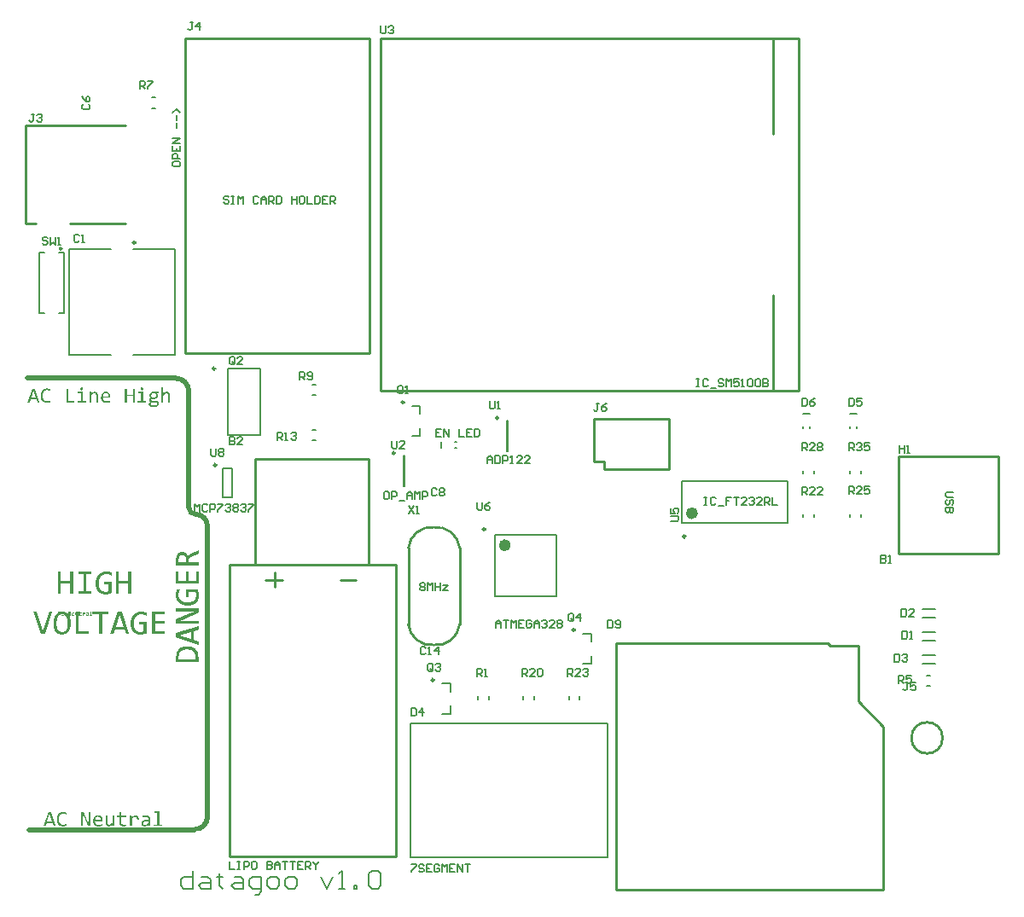
<source format=gto>
%FSLAX24Y24*%
%MOIN*%
G70*
G01*
G75*
G04 Layer_Color=65535*
%ADD10R,0.0551X0.1673*%
%ADD11O,0.0551X0.0098*%
%ADD12R,0.0551X0.0098*%
G04:AMPARAMS|DCode=13|XSize=66.9mil|YSize=51.2mil|CornerRadius=12.8mil|HoleSize=0mil|Usage=FLASHONLY|Rotation=90.000|XOffset=0mil|YOffset=0mil|HoleType=Round|Shape=RoundedRectangle|*
%AMROUNDEDRECTD13*
21,1,0.0669,0.0256,0,0,90.0*
21,1,0.0413,0.0512,0,0,90.0*
1,1,0.0256,0.0128,0.0207*
1,1,0.0256,0.0128,-0.0207*
1,1,0.0256,-0.0128,-0.0207*
1,1,0.0256,-0.0128,0.0207*
%
%ADD13ROUNDEDRECTD13*%
%ADD14R,0.0394X0.0492*%
%ADD15R,0.0394X0.0591*%
%ADD16R,0.0276X0.0591*%
%ADD17R,0.0492X0.0394*%
%ADD18R,0.1181X0.3937*%
%ADD19R,0.0335X0.0315*%
%ADD20R,0.0374X0.0236*%
G04:AMPARAMS|DCode=21|XSize=90.6mil|YSize=43.3mil|CornerRadius=10.8mil|HoleSize=0mil|Usage=FLASHONLY|Rotation=270.000|XOffset=0mil|YOffset=0mil|HoleType=Round|Shape=RoundedRectangle|*
%AMROUNDEDRECTD21*
21,1,0.0906,0.0217,0,0,270.0*
21,1,0.0689,0.0433,0,0,270.0*
1,1,0.0217,-0.0108,-0.0344*
1,1,0.0217,-0.0108,0.0344*
1,1,0.0217,0.0108,0.0344*
1,1,0.0217,0.0108,-0.0344*
%
%ADD21ROUNDEDRECTD21*%
%ADD22R,0.0413X0.0551*%
%ADD23R,0.0276X0.0197*%
%ADD24O,0.0512X0.0217*%
%ADD25O,0.0217X0.0512*%
%ADD26R,0.0433X0.0866*%
%ADD27R,0.0315X0.0335*%
%ADD28R,0.0787X0.0354*%
%ADD29R,0.0787X0.1299*%
%ADD30O,0.0177X0.0709*%
%ADD31R,0.0551X0.0413*%
G04:AMPARAMS|DCode=32|XSize=60mil|YSize=20mil|CornerRadius=5mil|HoleSize=0mil|Usage=FLASHONLY|Rotation=270.000|XOffset=0mil|YOffset=0mil|HoleType=Round|Shape=RoundedRectangle|*
%AMROUNDEDRECTD32*
21,1,0.0600,0.0100,0,0,270.0*
21,1,0.0500,0.0200,0,0,270.0*
1,1,0.0100,-0.0050,-0.0250*
1,1,0.0100,-0.0050,0.0250*
1,1,0.0100,0.0050,0.0250*
1,1,0.0100,0.0050,-0.0250*
%
%ADD32ROUNDEDRECTD32*%
%ADD33R,0.0433X0.0217*%
%ADD34R,0.0295X0.0217*%
%ADD35C,0.0140*%
%ADD36C,0.0200*%
%ADD37C,0.0100*%
%ADD38C,0.0250*%
G04:AMPARAMS|DCode=39|XSize=600mil|YSize=600mil|CornerRadius=300mil|HoleSize=0mil|Usage=FLASHONLY|Rotation=0.000|XOffset=0mil|YOffset=0mil|HoleType=Round|Shape=RoundedRectangle|*
%AMROUNDEDRECTD39*
21,1,0.6000,0.0000,0,0,0.0*
21,1,0.0000,0.6000,0,0,0.0*
1,1,0.6000,0.0000,0.0000*
1,1,0.6000,0.0000,0.0000*
1,1,0.6000,0.0000,0.0000*
1,1,0.6000,0.0000,0.0000*
%
%ADD39ROUNDEDRECTD39*%
%ADD40C,0.1969*%
%ADD41C,0.1100*%
%ADD42C,0.1000*%
%ADD43C,0.0950*%
%ADD44C,0.0600*%
%ADD45C,0.0800*%
%ADD46C,0.0591*%
%ADD47R,0.0591X0.0591*%
%ADD48R,0.0472X0.0984*%
%ADD49O,0.0472X0.0984*%
G04:AMPARAMS|DCode=50|XSize=106.3mil|YSize=106.3mil|CornerRadius=53.2mil|HoleSize=0mil|Usage=FLASHONLY|Rotation=180.000|XOffset=0mil|YOffset=0mil|HoleType=Round|Shape=RoundedRectangle|*
%AMROUNDEDRECTD50*
21,1,0.1063,0.0000,0,0,180.0*
21,1,0.0000,0.1063,0,0,180.0*
1,1,0.1063,0.0000,0.0000*
1,1,0.1063,0.0000,0.0000*
1,1,0.1063,0.0000,0.0000*
1,1,0.1063,0.0000,0.0000*
%
%ADD50ROUNDEDRECTD50*%
G04:AMPARAMS|DCode=51|XSize=43.3mil|YSize=43.3mil|CornerRadius=21.7mil|HoleSize=0mil|Usage=FLASHONLY|Rotation=180.000|XOffset=0mil|YOffset=0mil|HoleType=Round|Shape=RoundedRectangle|*
%AMROUNDEDRECTD51*
21,1,0.0433,0.0000,0,0,180.0*
21,1,0.0000,0.0433,0,0,180.0*
1,1,0.0433,0.0000,0.0000*
1,1,0.0433,0.0000,0.0000*
1,1,0.0433,0.0000,0.0000*
1,1,0.0433,0.0000,0.0000*
%
%ADD51ROUNDEDRECTD51*%
%ADD52C,0.0500*%
%ADD53C,0.2400*%
%ADD54C,0.0300*%
G04:AMPARAMS|DCode=55|XSize=37.8mil|YSize=30.7mil|CornerRadius=7.7mil|HoleSize=0mil|Usage=FLASHONLY|Rotation=0.000|XOffset=0mil|YOffset=0mil|HoleType=Round|Shape=RoundedRectangle|*
%AMROUNDEDRECTD55*
21,1,0.0378,0.0154,0,0,0.0*
21,1,0.0224,0.0307,0,0,0.0*
1,1,0.0154,0.0112,-0.0077*
1,1,0.0154,-0.0112,-0.0077*
1,1,0.0154,-0.0112,0.0077*
1,1,0.0154,0.0112,0.0077*
%
%ADD55ROUNDEDRECTD55*%
%ADD56C,0.0098*%
%ADD57C,0.0039*%
%ADD58C,0.0236*%
%ADD59C,0.0079*%
%ADD60C,0.0050*%
G36*
X25449Y29556D02*
X25459Y29554D01*
X25462D01*
X25468Y29553D01*
X25476Y29551D01*
X25485Y29549D01*
X25637D01*
Y29489D01*
X25569D01*
X25570Y29488D01*
X25571Y29486D01*
X25573Y29483D01*
X25575Y29479D01*
X25581Y29469D01*
X25587Y29455D01*
Y29454D01*
X25588Y29452D01*
X25589Y29447D01*
X25591Y29442D01*
X25592Y29436D01*
X25593Y29429D01*
X25594Y29413D01*
Y29412D01*
Y29407D01*
X25593Y29401D01*
X25592Y29394D01*
X25591Y29385D01*
X25589Y29374D01*
X25585Y29364D01*
X25581Y29353D01*
X25580Y29353D01*
X25579Y29350D01*
X25576Y29344D01*
X25573Y29338D01*
X25568Y29331D01*
X25563Y29323D01*
X25548Y29308D01*
X25547Y29307D01*
X25544Y29305D01*
X25539Y29301D01*
X25533Y29297D01*
X25526Y29292D01*
X25517Y29287D01*
X25507Y29282D01*
X25496Y29277D01*
X25495D01*
X25491Y29275D01*
X25485Y29274D01*
X25477Y29272D01*
X25467Y29271D01*
X25455Y29270D01*
X25444Y29268D01*
X25420D01*
X25414Y29269D01*
X25407D01*
X25398Y29270D01*
X25380Y29272D01*
X25379D01*
X25376Y29273D01*
X25372Y29274D01*
X25368Y29276D01*
X25356Y29281D01*
X25345Y29287D01*
Y29286D01*
X25344Y29285D01*
X25340Y29280D01*
X25336Y29272D01*
X25331Y29265D01*
X25330Y29263D01*
X25329Y29258D01*
X25328Y29250D01*
X25327Y29241D01*
Y29240D01*
Y29238D01*
X25328Y29235D01*
X25329Y29232D01*
X25330Y29228D01*
X25332Y29224D01*
X25336Y29219D01*
X25341Y29215D01*
X25342D01*
X25344Y29213D01*
X25347Y29212D01*
X25352Y29210D01*
X25358Y29208D01*
X25365Y29206D01*
X25372Y29205D01*
X25381Y29204D01*
X25491Y29199D01*
X25503D01*
X25510Y29198D01*
X25519Y29197D01*
X25529Y29196D01*
X25549Y29191D01*
X25550D01*
X25554Y29191D01*
X25559Y29189D01*
X25565Y29187D01*
X25579Y29180D01*
X25594Y29171D01*
X25595Y29170D01*
X25597Y29169D01*
X25601Y29166D01*
X25605Y29162D01*
X25615Y29152D01*
X25624Y29139D01*
X25625Y29138D01*
X25626Y29136D01*
X25628Y29132D01*
X25630Y29126D01*
X25632Y29119D01*
X25633Y29112D01*
X25635Y29104D01*
Y29094D01*
Y29093D01*
Y29089D01*
X25634Y29084D01*
X25633Y29077D01*
X25632Y29069D01*
X25630Y29060D01*
X25626Y29051D01*
X25622Y29041D01*
X25621Y29040D01*
X25620Y29037D01*
X25617Y29032D01*
X25614Y29027D01*
X25608Y29020D01*
X25602Y29012D01*
X25594Y29004D01*
X25585Y28997D01*
X25584Y28996D01*
X25580Y28994D01*
X25575Y28990D01*
X25568Y28987D01*
X25558Y28982D01*
X25547Y28977D01*
X25534Y28972D01*
X25521Y28967D01*
X25519D01*
X25514Y28965D01*
X25506Y28963D01*
X25495Y28961D01*
X25482Y28959D01*
X25466Y28957D01*
X25449Y28956D01*
X25429Y28955D01*
X25420D01*
X25411Y28956D01*
X25399D01*
X25385Y28957D01*
X25371Y28959D01*
X25356Y28961D01*
X25342Y28964D01*
X25340D01*
X25336Y28966D01*
X25329Y28967D01*
X25322Y28970D01*
X25313Y28973D01*
X25303Y28977D01*
X25293Y28982D01*
X25284Y28987D01*
X25283Y28988D01*
X25280Y28989D01*
X25276Y28992D01*
X25271Y28996D01*
X25260Y29007D01*
X25255Y29014D01*
X25250Y29021D01*
Y29022D01*
X25248Y29025D01*
X25247Y29028D01*
X25246Y29033D01*
X25244Y29040D01*
X25243Y29047D01*
X25241Y29065D01*
Y29066D01*
Y29069D01*
X25242Y29075D01*
X25243Y29082D01*
X25244Y29091D01*
X25247Y29100D01*
X25249Y29109D01*
X25254Y29117D01*
X25255Y29118D01*
X25257Y29121D01*
X25260Y29125D01*
X25265Y29131D01*
X25272Y29138D01*
X25279Y29145D01*
X25288Y29152D01*
X25298Y29160D01*
X25296Y29161D01*
X25292Y29164D01*
X25286Y29168D01*
X25280Y29173D01*
X25279Y29174D01*
X25275Y29178D01*
X25271Y29184D01*
X25267Y29190D01*
X25266Y29191D01*
X25264Y29195D01*
X25262Y29201D01*
X25259Y29208D01*
Y29209D01*
Y29210D01*
X25258Y29215D01*
X25257Y29222D01*
Y29229D01*
Y29230D01*
Y29233D01*
X25258Y29238D01*
X25259Y29244D01*
X25260Y29252D01*
X25263Y29261D01*
X25266Y29269D01*
X25270Y29277D01*
X25271Y29278D01*
X25272Y29281D01*
X25275Y29285D01*
X25279Y29291D01*
X25289Y29305D01*
X25300Y29320D01*
X25299Y29322D01*
X25295Y29326D01*
X25290Y29332D01*
X25286Y29339D01*
X25285Y29341D01*
X25282Y29345D01*
X25279Y29351D01*
X25275Y29358D01*
Y29359D01*
X25274Y29360D01*
X25273Y29365D01*
X25271Y29373D01*
X25269Y29382D01*
Y29383D01*
Y29384D01*
X25268Y29391D01*
X25267Y29399D01*
Y29410D01*
Y29412D01*
Y29416D01*
X25268Y29422D01*
X25269Y29430D01*
X25270Y29438D01*
X25272Y29448D01*
X25275Y29459D01*
X25279Y29469D01*
X25280Y29470D01*
X25281Y29474D01*
X25284Y29478D01*
X25288Y29485D01*
X25292Y29492D01*
X25297Y29500D01*
X25312Y29516D01*
X25313Y29516D01*
X25316Y29518D01*
X25321Y29522D01*
X25327Y29526D01*
X25334Y29531D01*
X25343Y29537D01*
X25353Y29542D01*
X25364Y29546D01*
X25365Y29547D01*
X25369Y29548D01*
X25375Y29550D01*
X25383Y29552D01*
X25393Y29554D01*
X25405Y29555D01*
X25416Y29557D01*
X25440D01*
X25449Y29556D01*
D02*
G37*
G36*
X24686Y29130D02*
X24612D01*
Y29380D01*
X24383D01*
Y29130D01*
X24309D01*
Y29675D01*
X24383D01*
Y29444D01*
X24612D01*
Y29675D01*
X24686D01*
Y29130D01*
D02*
G37*
G36*
X23136Y29556D02*
X23148Y29555D01*
X23162Y29552D01*
X23177Y29547D01*
X23194Y29540D01*
X23210Y29530D01*
X23223Y29517D01*
X23224Y29516D01*
X23228Y29511D01*
X23234Y29502D01*
X23240Y29489D01*
X23246Y29473D01*
X23252Y29453D01*
X23255Y29430D01*
X23256Y29403D01*
Y29130D01*
X23184D01*
Y29397D01*
Y29398D01*
Y29399D01*
Y29405D01*
X23183Y29414D01*
X23182Y29425D01*
X23179Y29436D01*
X23176Y29448D01*
X23172Y29460D01*
X23166Y29470D01*
X23165Y29471D01*
X23162Y29474D01*
X23158Y29477D01*
X23152Y29482D01*
X23144Y29486D01*
X23134Y29490D01*
X23124Y29493D01*
X23111Y29494D01*
X23109D01*
X23102Y29493D01*
X23094Y29492D01*
X23085Y29489D01*
X23084D01*
X23083Y29488D01*
X23077Y29486D01*
X23068Y29481D01*
X23058Y29476D01*
X23057D01*
X23056Y29474D01*
X23053Y29472D01*
X23050Y29469D01*
X23040Y29460D01*
X23028Y29449D01*
X23027Y29448D01*
X23025Y29446D01*
X23022Y29442D01*
X23018Y29437D01*
X23012Y29432D01*
X23007Y29425D01*
X23000Y29416D01*
X22993Y29407D01*
Y29130D01*
X22921D01*
Y29549D01*
X22984D01*
X22987Y29480D01*
X22988Y29481D01*
X22990Y29484D01*
X22994Y29488D01*
X22999Y29493D01*
X23010Y29505D01*
X23022Y29516D01*
X23023Y29517D01*
X23025Y29519D01*
X23029Y29521D01*
X23033Y29525D01*
X23044Y29532D01*
X23056Y29540D01*
X23057D01*
X23059Y29542D01*
X23062Y29543D01*
X23067Y29545D01*
X23078Y29549D01*
X23090Y29553D01*
X23091D01*
X23093Y29554D01*
X23096D01*
X23100Y29555D01*
X23112Y29556D01*
X23126Y29557D01*
X23132D01*
X23136Y29556D01*
D02*
G37*
G36*
X22667Y29191D02*
X22792D01*
Y29130D01*
X22456D01*
Y29191D01*
X22594D01*
Y29488D01*
X22470D01*
Y29549D01*
X22667D01*
Y29191D01*
D02*
G37*
G36*
X25014D02*
X25139D01*
Y29130D01*
X24803D01*
Y29191D01*
X24941D01*
Y29488D01*
X24817D01*
Y29549D01*
X25014D01*
Y29191D01*
D02*
G37*
G36*
X25810Y29549D02*
X25807Y29482D01*
X25808Y29483D01*
X25810Y29486D01*
X25813Y29489D01*
X25817Y29494D01*
X25828Y29506D01*
X25840Y29516D01*
X25841Y29517D01*
X25843Y29519D01*
X25846Y29521D01*
X25851Y29525D01*
X25861Y29532D01*
X25873Y29540D01*
X25874D01*
X25876Y29542D01*
X25879Y29543D01*
X25884Y29545D01*
X25895Y29549D01*
X25906Y29553D01*
X25907D01*
X25909Y29554D01*
X25913D01*
X25917Y29555D01*
X25929Y29556D01*
X25942Y29557D01*
X25948D01*
X25953Y29556D01*
X25964Y29555D01*
X25978Y29552D01*
X25993Y29547D01*
X26010Y29540D01*
X26025Y29530D01*
X26039Y29517D01*
X26041Y29516D01*
X26045Y29511D01*
X26050Y29502D01*
X26057Y29489D01*
X26062Y29473D01*
X26068Y29453D01*
X26072Y29430D01*
X26073Y29403D01*
Y29130D01*
X26001D01*
Y29397D01*
Y29398D01*
Y29399D01*
Y29405D01*
X26000Y29414D01*
X25999Y29425D01*
X25996Y29436D01*
X25993Y29448D01*
X25988Y29460D01*
X25982Y29470D01*
X25981Y29471D01*
X25979Y29474D01*
X25975Y29477D01*
X25969Y29482D01*
X25962Y29486D01*
X25953Y29490D01*
X25942Y29493D01*
X25931Y29494D01*
X25926D01*
X25922Y29493D01*
X25913Y29492D01*
X25903Y29489D01*
X25902D01*
X25901Y29488D01*
X25896Y29486D01*
X25887Y29481D01*
X25877Y29476D01*
X25876D01*
X25875Y29474D01*
X25872Y29472D01*
X25868Y29469D01*
X25858Y29460D01*
X25847Y29449D01*
X25846Y29448D01*
X25844Y29446D01*
X25841Y29442D01*
X25836Y29437D01*
X25830Y29432D01*
X25824Y29425D01*
X25817Y29416D01*
X25810Y29407D01*
Y29130D01*
X25737D01*
Y29720D01*
X25810D01*
Y29549D01*
D02*
G37*
G36*
X23676Y20850D02*
X23418D01*
Y20080D01*
X23298D01*
Y20850D01*
X23040D01*
Y20952D01*
X23676D01*
Y20850D01*
D02*
G37*
G36*
X24477Y20080D02*
X24348D01*
X24287Y20271D01*
X23923D01*
X23862Y20080D01*
X23738D01*
X24029Y20952D01*
X24191D01*
X24477Y20080D01*
D02*
G37*
G36*
X25866Y20852D02*
X25489D01*
Y20581D01*
X25850D01*
Y20481D01*
X25489D01*
Y20182D01*
X25866D01*
Y20080D01*
X25371D01*
Y20952D01*
X25866D01*
Y20852D01*
D02*
G37*
G36*
X21281Y29680D02*
X21292Y29679D01*
X21303Y29679D01*
X21328Y29675D01*
X21330D01*
X21334Y29674D01*
X21340Y29672D01*
X21348Y29670D01*
X21358Y29667D01*
X21369Y29664D01*
X21391Y29655D01*
Y29582D01*
X21390Y29583D01*
X21386Y29585D01*
X21380Y29588D01*
X21372Y29591D01*
X21363Y29595D01*
X21352Y29598D01*
X21329Y29606D01*
X21328D01*
X21323Y29607D01*
X21317Y29609D01*
X21308Y29611D01*
X21299Y29612D01*
X21287Y29614D01*
X21274Y29615D01*
X21254D01*
X21247Y29614D01*
X21238Y29613D01*
X21227Y29611D01*
X21216Y29609D01*
X21203Y29605D01*
X21191Y29600D01*
X21190Y29599D01*
X21186Y29597D01*
X21181Y29595D01*
X21173Y29590D01*
X21165Y29584D01*
X21155Y29577D01*
X21146Y29568D01*
X21138Y29558D01*
X21137Y29557D01*
X21134Y29554D01*
X21130Y29548D01*
X21126Y29540D01*
X21120Y29530D01*
X21114Y29519D01*
X21109Y29506D01*
X21104Y29492D01*
Y29490D01*
X21102Y29485D01*
X21101Y29477D01*
X21100Y29467D01*
X21098Y29453D01*
X21096Y29437D01*
X21095Y29421D01*
X21094Y29402D01*
Y29401D01*
Y29397D01*
Y29393D01*
X21095Y29385D01*
Y29376D01*
X21096Y29366D01*
X21098Y29354D01*
X21100Y29343D01*
X21104Y29317D01*
X21112Y29291D01*
X21123Y29266D01*
X21129Y29254D01*
X21137Y29243D01*
X21138Y29242D01*
X21139Y29241D01*
X21141Y29238D01*
X21144Y29234D01*
X21149Y29231D01*
X21154Y29227D01*
X21161Y29222D01*
X21169Y29217D01*
X21186Y29206D01*
X21208Y29198D01*
X21233Y29191D01*
X21248Y29191D01*
X21263Y29190D01*
X21275D01*
X21284Y29191D01*
X21294Y29191D01*
X21304Y29192D01*
X21329Y29197D01*
X21331D01*
X21335Y29199D01*
X21341Y29200D01*
X21348Y29203D01*
X21358Y29206D01*
X21369Y29211D01*
X21391Y29221D01*
Y29151D01*
X21390D01*
X21388Y29150D01*
X21384Y29148D01*
X21380Y29147D01*
X21374Y29145D01*
X21367Y29142D01*
X21358Y29140D01*
X21349Y29137D01*
X21329Y29132D01*
X21305Y29127D01*
X21280Y29124D01*
X21254Y29123D01*
X21243D01*
X21234Y29124D01*
X21225Y29125D01*
X21214Y29127D01*
X21201Y29129D01*
X21188Y29132D01*
X21174Y29135D01*
X21159Y29140D01*
X21144Y29146D01*
X21130Y29152D01*
X21115Y29160D01*
X21101Y29169D01*
X21088Y29180D01*
X21076Y29191D01*
X21075Y29192D01*
X21073Y29194D01*
X21070Y29198D01*
X21066Y29204D01*
X21061Y29212D01*
X21057Y29221D01*
X21051Y29231D01*
X21046Y29243D01*
X21040Y29257D01*
X21034Y29272D01*
X21029Y29288D01*
X21024Y29307D01*
X21020Y29326D01*
X21018Y29348D01*
X21016Y29371D01*
X21015Y29395D01*
Y29396D01*
Y29398D01*
Y29402D01*
Y29406D01*
X21016Y29412D01*
Y29419D01*
X21017Y29435D01*
X21019Y29453D01*
X21021Y29473D01*
X21025Y29493D01*
X21031Y29514D01*
Y29515D01*
X21032Y29516D01*
X21033Y29518D01*
X21034Y29522D01*
X21038Y29532D01*
X21044Y29545D01*
X21051Y29559D01*
X21059Y29574D01*
X21069Y29589D01*
X21080Y29603D01*
X21082Y29605D01*
X21086Y29609D01*
X21093Y29616D01*
X21101Y29625D01*
X21113Y29634D01*
X21126Y29643D01*
X21140Y29652D01*
X21157Y29661D01*
X21158D01*
X21159Y29662D01*
X21165Y29664D01*
X21175Y29668D01*
X21186Y29672D01*
X21201Y29675D01*
X21219Y29679D01*
X21237Y29680D01*
X21258Y29681D01*
X21271D01*
X21281Y29680D01*
D02*
G37*
G36*
X22626Y29723D02*
X22634Y29722D01*
X22642Y29720D01*
X22643D01*
X22644Y29719D01*
X22648Y29717D01*
X22654Y29713D01*
X22660Y29707D01*
X22661Y29706D01*
X22665Y29702D01*
X22668Y29696D01*
X22672Y29688D01*
X22673Y29686D01*
X22675Y29682D01*
X22676Y29676D01*
X22677Y29667D01*
Y29666D01*
Y29665D01*
X22676Y29660D01*
X22675Y29652D01*
X22672Y29644D01*
X22671Y29642D01*
X22669Y29639D01*
X22665Y29633D01*
X22660Y29626D01*
X22659Y29625D01*
X22655Y29622D01*
X22649Y29618D01*
X22642Y29614D01*
X22640Y29613D01*
X22635Y29612D01*
X22628Y29611D01*
X22619Y29610D01*
X22617D01*
X22612Y29611D01*
X22604Y29612D01*
X22597Y29614D01*
X22595Y29615D01*
X22591Y29617D01*
X22584Y29621D01*
X22578Y29626D01*
X22577Y29628D01*
X22574Y29632D01*
X22570Y29638D01*
X22566Y29644D01*
Y29645D01*
X22565Y29646D01*
X22564Y29651D01*
X22564Y29658D01*
X22563Y29667D01*
Y29668D01*
Y29669D01*
X22564Y29674D01*
X22564Y29680D01*
X22566Y29688D01*
Y29689D01*
X22567Y29690D01*
X22569Y29695D01*
X22573Y29701D01*
X22578Y29707D01*
X22579Y29709D01*
X22583Y29712D01*
X22589Y29716D01*
X22597Y29720D01*
X22598D01*
X22599Y29720D01*
X22604Y29722D01*
X22610Y29723D01*
X22619Y29724D01*
X22621D01*
X22626Y29723D01*
D02*
G37*
G36*
X24973D02*
X24981Y29722D01*
X24989Y29720D01*
X24990D01*
X24991Y29719D01*
X24996Y29717D01*
X25002Y29713D01*
X25007Y29707D01*
X25008Y29706D01*
X25012Y29702D01*
X25015Y29696D01*
X25019Y29688D01*
X25020Y29686D01*
X25022Y29682D01*
X25023Y29676D01*
X25024Y29667D01*
Y29666D01*
Y29665D01*
X25023Y29660D01*
X25022Y29652D01*
X25019Y29644D01*
X25018Y29642D01*
X25016Y29639D01*
X25012Y29633D01*
X25007Y29626D01*
X25006Y29625D01*
X25003Y29622D01*
X24997Y29618D01*
X24989Y29614D01*
X24987Y29613D01*
X24982Y29612D01*
X24975Y29611D01*
X24966Y29610D01*
X24964D01*
X24960Y29611D01*
X24952Y29612D01*
X24944Y29614D01*
X24942Y29615D01*
X24938Y29617D01*
X24931Y29621D01*
X24925Y29626D01*
X24924Y29628D01*
X24922Y29632D01*
X24918Y29638D01*
X24914Y29644D01*
Y29645D01*
X24913Y29646D01*
X24912Y29651D01*
X24911Y29658D01*
X24910Y29667D01*
Y29668D01*
Y29669D01*
X24911Y29674D01*
X24912Y29680D01*
X24914Y29688D01*
Y29689D01*
X24915Y29690D01*
X24917Y29695D01*
X24921Y29701D01*
X24925Y29707D01*
X24926Y29709D01*
X24930Y29712D01*
X24936Y29716D01*
X24944Y29720D01*
X24945D01*
X24946Y29720D01*
X24951Y29722D01*
X24958Y29723D01*
X24966Y29724D01*
X24968D01*
X24973Y29723D01*
D02*
G37*
G36*
X22088Y29193D02*
X22326D01*
Y29130D01*
X22013D01*
Y29675D01*
X22088D01*
Y29193D01*
D02*
G37*
G36*
X23611Y22533D02*
X23628Y22531D01*
X23647Y22529D01*
X23686Y22523D01*
X23689D01*
X23696Y22522D01*
X23705Y22518D01*
X23719Y22515D01*
X23735Y22512D01*
X23752Y22506D01*
X23789Y22492D01*
Y22373D01*
X23788Y22375D01*
X23782Y22378D01*
X23771Y22383D01*
X23758Y22387D01*
X23742Y22394D01*
X23725Y22400D01*
X23688Y22412D01*
X23686D01*
X23678Y22415D01*
X23669Y22417D01*
X23655Y22420D01*
X23639Y22423D01*
X23621Y22425D01*
X23599Y22428D01*
X23564D01*
X23552Y22426D01*
X23535Y22425D01*
X23516Y22422D01*
X23494Y22417D01*
X23474Y22411D01*
X23452Y22403D01*
X23450Y22401D01*
X23443Y22398D01*
X23433Y22392D01*
X23421Y22384D01*
X23407Y22375D01*
X23391Y22362D01*
X23375Y22348D01*
X23361Y22333D01*
X23360Y22331D01*
X23355Y22325D01*
X23349Y22315D01*
X23341Y22301D01*
X23332Y22286D01*
X23322Y22267D01*
X23313Y22247D01*
X23305Y22223D01*
Y22220D01*
X23302Y22212D01*
X23299Y22200D01*
X23296Y22183D01*
X23293Y22162D01*
X23289Y22139D01*
X23288Y22112D01*
X23286Y22084D01*
Y22083D01*
Y22081D01*
Y22076D01*
Y22070D01*
X23288Y22055D01*
Y22036D01*
X23289Y22012D01*
X23293Y21989D01*
X23297Y21964D01*
X23302Y21939D01*
X23304Y21936D01*
X23305Y21928D01*
X23308Y21917D01*
X23314Y21901D01*
X23321Y21886D01*
X23330Y21867D01*
X23339Y21848D01*
X23352Y21831D01*
X23354Y21830D01*
X23358Y21823D01*
X23366Y21816D01*
X23375Y21806D01*
X23388Y21795D01*
X23404Y21784D01*
X23421Y21773D01*
X23439Y21764D01*
X23443Y21762D01*
X23449Y21761D01*
X23460Y21758D01*
X23475Y21753D01*
X23494Y21748D01*
X23516Y21745D01*
X23539Y21744D01*
X23566Y21742D01*
X23596D01*
X23602Y21744D01*
X23611D01*
X23622Y21745D01*
X23625D01*
X23632Y21747D01*
X23641Y21750D01*
X23652Y21752D01*
X23655D01*
X23660Y21753D01*
X23669Y21756D01*
X23677Y21759D01*
Y22037D01*
X23497D01*
Y22136D01*
X23794D01*
Y21689D01*
X23792D01*
X23789Y21687D01*
X23783Y21684D01*
X23777Y21681D01*
X23757Y21673D01*
X23735Y21666D01*
X23733D01*
X23730Y21664D01*
X23724Y21662D01*
X23716Y21661D01*
X23697Y21655D01*
X23674Y21650D01*
X23669D01*
X23663Y21648D01*
X23653Y21647D01*
X23633Y21645D01*
X23610Y21642D01*
X23605D01*
X23599Y21641D01*
X23591D01*
X23572Y21639D01*
X23550Y21637D01*
X23535D01*
X23518Y21639D01*
X23496Y21641D01*
X23471Y21644D01*
X23444Y21648D01*
X23416Y21655D01*
X23388Y21664D01*
X23385Y21666D01*
X23375Y21669D01*
X23363Y21677D01*
X23346Y21684D01*
X23327Y21697D01*
X23307Y21711D01*
X23286Y21728D01*
X23266Y21747D01*
X23265Y21750D01*
X23258Y21756D01*
X23249Y21769D01*
X23238Y21786D01*
X23225Y21805D01*
X23213Y21828D01*
X23200Y21855D01*
X23190Y21884D01*
Y21886D01*
X23188Y21887D01*
X23186Y21892D01*
X23185Y21898D01*
X23183Y21906D01*
X23182Y21916D01*
X23177Y21939D01*
X23171Y21967D01*
X23168Y22000D01*
X23165Y22036D01*
X23163Y22075D01*
Y22076D01*
Y22080D01*
Y22086D01*
Y22094D01*
X23165Y22103D01*
Y22114D01*
X23166Y22139D01*
X23171Y22169D01*
X23175Y22201D01*
X23183Y22234D01*
X23193Y22267D01*
Y22269D01*
X23194Y22270D01*
X23196Y22275D01*
X23199Y22281D01*
X23205Y22297D01*
X23215Y22317D01*
X23225Y22340D01*
X23240Y22364D01*
X23257Y22389D01*
X23275Y22412D01*
X23279Y22415D01*
X23285Y22422D01*
X23297Y22433D01*
X23313Y22447D01*
X23332Y22461D01*
X23354Y22476D01*
X23379Y22490D01*
X23407Y22503D01*
X23408D01*
X23410Y22504D01*
X23414Y22506D01*
X23421Y22508D01*
X23436Y22512D01*
X23457Y22518D01*
X23482Y22525D01*
X23510Y22529D01*
X23541Y22533D01*
X23575Y22534D01*
X23597D01*
X23611Y22533D01*
D02*
G37*
G36*
X26774Y19608D02*
X26791Y19606D01*
X26811Y19605D01*
X26855Y19599D01*
X26858D01*
X26864Y19597D01*
X26875Y19594D01*
X26889Y19591D01*
X26907Y19588D01*
X26925Y19581D01*
X26963Y19567D01*
X26964Y19566D01*
X26971Y19564D01*
X26980Y19560D01*
X26993Y19553D01*
X27007Y19545D01*
X27021Y19536D01*
X27052Y19513D01*
X27053Y19511D01*
X27058Y19506D01*
X27066Y19499D01*
X27075Y19489D01*
X27086Y19477D01*
X27097Y19463D01*
X27110Y19447D01*
X27121Y19428D01*
X27122Y19427D01*
X27125Y19420D01*
X27130Y19410D01*
X27136Y19395D01*
X27144Y19380D01*
X27150Y19360D01*
X27158Y19338D01*
X27164Y19314D01*
Y19311D01*
X27167Y19303D01*
X27169Y19289D01*
X27172Y19271D01*
X27175Y19249D01*
X27177Y19224D01*
X27180Y19196D01*
Y19166D01*
Y18980D01*
X26308D01*
Y19203D01*
Y19206D01*
Y19213D01*
Y19224D01*
X26310Y19238D01*
X26312Y19253D01*
X26315Y19274D01*
X26318Y19296D01*
X26321Y19319D01*
X26335Y19367D01*
X26343Y19392D01*
X26354Y19419D01*
X26365Y19442D01*
X26380Y19466D01*
X26396Y19488D01*
X26415Y19508D01*
X26416Y19510D01*
X26419Y19513D01*
X26426Y19517D01*
X26435Y19524D01*
X26446Y19531D01*
X26458Y19541D01*
X26476Y19549D01*
X26494Y19560D01*
X26515Y19569D01*
X26538Y19577D01*
X26565Y19586D01*
X26594Y19594D01*
X26625Y19600D01*
X26660Y19605D01*
X26696Y19608D01*
X26735Y19609D01*
X26758D01*
X26774Y19608D01*
D02*
G37*
G36*
X27180Y20272D02*
X26989Y20211D01*
Y19847D01*
X27180Y19786D01*
Y19663D01*
X26308Y19953D01*
Y20116D01*
X27180Y20401D01*
Y20272D01*
D02*
G37*
G36*
X23005Y22422D02*
X22804D01*
Y21752D01*
X23005D01*
Y21650D01*
X22482D01*
Y21752D01*
X22683D01*
Y22422D01*
X22482D01*
Y22522D01*
X23005D01*
Y22422D01*
D02*
G37*
G36*
X22294Y21650D02*
X22176D01*
Y22050D01*
X21809D01*
Y21650D01*
X21690D01*
Y22522D01*
X21809D01*
Y22153D01*
X22176D01*
Y22522D01*
X22294D01*
Y21650D01*
D02*
G37*
G36*
X24548D02*
X24430D01*
Y22050D01*
X24063D01*
Y21650D01*
X23944D01*
Y22522D01*
X24063D01*
Y22153D01*
X24430D01*
Y22522D01*
X24548D01*
Y21650D01*
D02*
G37*
G36*
X27180Y23230D02*
X26902Y23101D01*
X26900D01*
X26896Y23097D01*
X26891Y23094D01*
X26883Y23091D01*
X26866Y23080D01*
X26849Y23069D01*
X26847D01*
X26846Y23066D01*
X26836Y23060D01*
X26825Y23049D01*
X26814Y23037D01*
X26813Y23033D01*
X26808Y23026D01*
X26802Y23013D01*
X26797Y22997D01*
Y22996D01*
X26796Y22994D01*
Y22990D01*
X26794Y22983D01*
X26793Y22969D01*
X26791Y22951D01*
Y22896D01*
X27180D01*
Y22777D01*
X26308D01*
Y23010D01*
Y23012D01*
Y23013D01*
Y23022D01*
X26310Y23037D01*
Y23055D01*
X26313Y23076D01*
X26316Y23097D01*
X26319Y23119D01*
X26326Y23141D01*
Y23144D01*
X26329Y23151D01*
X26332Y23160D01*
X26338Y23172D01*
X26344Y23186D01*
X26352Y23202D01*
X26362Y23216D01*
X26372Y23230D01*
X26374Y23232D01*
X26377Y23236D01*
X26383Y23243D01*
X26393Y23251D01*
X26404Y23258D01*
X26415Y23268D01*
X26429Y23275D01*
X26444Y23282D01*
X26446Y23283D01*
X26452Y23285D01*
X26460Y23288D01*
X26472Y23291D01*
X26485Y23294D01*
X26502Y23296D01*
X26519Y23299D01*
X26552D01*
X26563Y23297D01*
X26576Y23296D01*
X26588Y23294D01*
X26616Y23286D01*
X26618D01*
X26622Y23285D01*
X26629Y23282D01*
X26638Y23277D01*
X26658Y23266D01*
X26682Y23251D01*
X26683Y23249D01*
X26686Y23246D01*
X26691Y23241D01*
X26699Y23235D01*
X26707Y23226D01*
X26715Y23216D01*
X26732Y23191D01*
X26733Y23190D01*
X26735Y23185D01*
X26740Y23179D01*
X26744Y23168D01*
X26749Y23157D01*
X26755Y23143D01*
X26760Y23129D01*
X26765Y23111D01*
Y23113D01*
X26768Y23118D01*
X26771Y23124D01*
X26775Y23133D01*
X26782Y23143D01*
X26790Y23152D01*
X26799Y23163D01*
X26810Y23172D01*
X26811Y23174D01*
X26816Y23177D01*
X26822Y23182D01*
X26832Y23190D01*
X26844Y23197D01*
X26858Y23207D01*
X26874Y23216D01*
X26893Y23226D01*
X27180Y23365D01*
Y23230D01*
D02*
G37*
G36*
X23578Y29556D02*
X23588Y29555D01*
X23600Y29553D01*
X23613Y29551D01*
X23626Y29547D01*
X23639Y29542D01*
X23641Y29541D01*
X23645Y29539D01*
X23651Y29536D01*
X23659Y29532D01*
X23668Y29526D01*
X23677Y29519D01*
X23687Y29512D01*
X23696Y29503D01*
X23697Y29502D01*
X23700Y29499D01*
X23703Y29493D01*
X23709Y29486D01*
X23714Y29477D01*
X23720Y29467D01*
X23726Y29455D01*
X23731Y29442D01*
X23732Y29440D01*
X23733Y29436D01*
X23735Y29429D01*
X23738Y29419D01*
X23740Y29407D01*
X23742Y29393D01*
X23743Y29378D01*
X23743Y29361D01*
Y29360D01*
Y29358D01*
Y29355D01*
Y29353D01*
Y29344D01*
X23743Y29335D01*
Y29333D01*
Y29329D01*
Y29323D01*
X23742Y29316D01*
X23449D01*
Y29315D01*
Y29313D01*
Y29311D01*
X23450Y29306D01*
X23451Y29294D01*
X23454Y29279D01*
X23458Y29264D01*
X23463Y29247D01*
X23472Y29231D01*
X23484Y29217D01*
X23486Y29216D01*
X23491Y29212D01*
X23499Y29206D01*
X23510Y29200D01*
X23525Y29193D01*
X23542Y29189D01*
X23564Y29185D01*
X23587Y29183D01*
X23611D01*
X23623Y29184D01*
X23630D01*
X23635Y29185D01*
X23646Y29186D01*
X23659Y29187D01*
X23660D01*
X23661Y29188D01*
X23665D01*
X23669Y29189D01*
X23680Y29191D01*
X23692Y29192D01*
X23693D01*
X23695Y29193D01*
X23698Y29194D01*
X23702Y29195D01*
X23710Y29197D01*
X23721Y29200D01*
Y29141D01*
X23720D01*
X23716Y29140D01*
X23709Y29138D01*
X23702Y29136D01*
X23692Y29134D01*
X23680Y29131D01*
X23667Y29129D01*
X23654Y29127D01*
X23652D01*
X23647Y29126D01*
X23640Y29125D01*
X23630D01*
X23619Y29124D01*
X23606Y29123D01*
X23591Y29122D01*
X23568D01*
X23558Y29123D01*
X23545Y29124D01*
X23531Y29125D01*
X23515Y29128D01*
X23499Y29131D01*
X23484Y29136D01*
X23482Y29137D01*
X23478Y29139D01*
X23470Y29142D01*
X23461Y29147D01*
X23452Y29152D01*
X23441Y29160D01*
X23430Y29168D01*
X23420Y29178D01*
X23419Y29179D01*
X23417Y29183D01*
X23412Y29189D01*
X23407Y29197D01*
X23401Y29207D01*
X23395Y29219D01*
X23389Y29232D01*
X23384Y29246D01*
Y29248D01*
X23382Y29253D01*
X23380Y29262D01*
X23378Y29273D01*
X23377Y29286D01*
X23375Y29302D01*
X23374Y29319D01*
X23373Y29338D01*
Y29339D01*
Y29340D01*
Y29346D01*
X23374Y29354D01*
X23375Y29365D01*
X23376Y29378D01*
X23378Y29393D01*
X23381Y29407D01*
X23385Y29422D01*
X23386Y29424D01*
X23387Y29429D01*
X23390Y29435D01*
X23395Y29445D01*
X23400Y29456D01*
X23406Y29468D01*
X23414Y29479D01*
X23421Y29491D01*
X23422Y29492D01*
X23426Y29496D01*
X23431Y29502D01*
X23438Y29509D01*
X23447Y29516D01*
X23457Y29524D01*
X23468Y29532D01*
X23481Y29539D01*
X23483Y29540D01*
X23488Y29542D01*
X23495Y29545D01*
X23504Y29548D01*
X23517Y29551D01*
X23531Y29554D01*
X23545Y29556D01*
X23562Y29557D01*
X23570D01*
X23578Y29556D01*
D02*
G37*
G36*
X20972Y29130D02*
X20891D01*
X20853Y29249D01*
X20625D01*
X20587Y29130D01*
X20510D01*
X20692Y29675D01*
X20793D01*
X20972Y29130D01*
D02*
G37*
G36*
X27180Y20920D02*
X26636Y20678D01*
X26461Y20608D01*
X27180D01*
Y20489D01*
X26308D01*
Y20647D01*
X26825Y20879D01*
X27024Y20964D01*
X26308D01*
Y21082D01*
X27180D01*
Y20920D01*
D02*
G37*
G36*
X27141Y21834D02*
X27143Y21831D01*
X27146Y21824D01*
X27149Y21818D01*
X27157Y21798D01*
X27164Y21776D01*
Y21774D01*
X27166Y21771D01*
X27167Y21765D01*
X27169Y21757D01*
X27175Y21738D01*
X27180Y21715D01*
Y21714D01*
Y21710D01*
X27182Y21704D01*
X27183Y21695D01*
X27185Y21674D01*
X27188Y21651D01*
Y21649D01*
Y21646D01*
X27189Y21640D01*
Y21632D01*
X27191Y21614D01*
X27192Y21592D01*
Y21590D01*
Y21587D01*
Y21582D01*
Y21576D01*
X27191Y21559D01*
X27189Y21537D01*
X27186Y21512D01*
X27182Y21485D01*
X27175Y21457D01*
X27166Y21429D01*
X27164Y21426D01*
X27161Y21417D01*
X27153Y21404D01*
X27146Y21387D01*
X27133Y21368D01*
X27119Y21348D01*
X27102Y21328D01*
X27083Y21307D01*
X27080Y21306D01*
X27074Y21300D01*
X27061Y21290D01*
X27044Y21279D01*
X27025Y21267D01*
X27002Y21254D01*
X26975Y21242D01*
X26946Y21231D01*
X26944D01*
X26943Y21229D01*
X26938Y21228D01*
X26932Y21226D01*
X26924Y21225D01*
X26914Y21223D01*
X26891Y21218D01*
X26863Y21212D01*
X26830Y21209D01*
X26794Y21206D01*
X26755Y21204D01*
X26736D01*
X26727Y21206D01*
X26716D01*
X26691Y21207D01*
X26661Y21212D01*
X26629Y21217D01*
X26596Y21225D01*
X26563Y21234D01*
X26561D01*
X26560Y21236D01*
X26555Y21237D01*
X26549Y21240D01*
X26533Y21246D01*
X26513Y21256D01*
X26490Y21267D01*
X26466Y21281D01*
X26441Y21298D01*
X26418Y21317D01*
X26415Y21320D01*
X26408Y21326D01*
X26397Y21339D01*
X26383Y21354D01*
X26369Y21373D01*
X26354Y21395D01*
X26340Y21420D01*
X26327Y21448D01*
Y21450D01*
X26326Y21451D01*
X26324Y21456D01*
X26322Y21462D01*
X26318Y21478D01*
X26312Y21498D01*
X26305Y21523D01*
X26301Y21551D01*
X26297Y21582D01*
X26296Y21617D01*
Y21620D01*
Y21626D01*
Y21639D01*
X26297Y21653D01*
X26299Y21670D01*
X26301Y21689D01*
X26307Y21728D01*
Y21731D01*
X26308Y21737D01*
X26312Y21746D01*
X26315Y21760D01*
X26318Y21776D01*
X26324Y21793D01*
X26338Y21831D01*
X26457D01*
X26455Y21829D01*
X26452Y21823D01*
X26447Y21812D01*
X26443Y21799D01*
X26436Y21784D01*
X26430Y21767D01*
X26418Y21729D01*
Y21728D01*
X26415Y21720D01*
X26413Y21710D01*
X26410Y21696D01*
X26407Y21681D01*
X26405Y21662D01*
X26402Y21640D01*
Y21618D01*
Y21615D01*
Y21606D01*
X26404Y21593D01*
X26405Y21576D01*
X26408Y21557D01*
X26413Y21535D01*
X26419Y21515D01*
X26427Y21493D01*
X26429Y21492D01*
X26432Y21484D01*
X26438Y21475D01*
X26446Y21462D01*
X26455Y21448D01*
X26468Y21432D01*
X26482Y21417D01*
X26497Y21403D01*
X26499Y21401D01*
X26505Y21396D01*
X26515Y21390D01*
X26529Y21382D01*
X26544Y21373D01*
X26563Y21364D01*
X26583Y21354D01*
X26607Y21346D01*
X26610D01*
X26618Y21343D01*
X26630Y21340D01*
X26647Y21337D01*
X26668Y21334D01*
X26691Y21331D01*
X26718Y21329D01*
X26746Y21328D01*
X26760D01*
X26775Y21329D01*
X26794D01*
X26818Y21331D01*
X26841Y21334D01*
X26866Y21339D01*
X26891Y21343D01*
X26894Y21345D01*
X26902Y21346D01*
X26913Y21350D01*
X26929Y21356D01*
X26944Y21362D01*
X26963Y21371D01*
X26982Y21381D01*
X26999Y21393D01*
X27000Y21395D01*
X27007Y21400D01*
X27014Y21407D01*
X27024Y21417D01*
X27035Y21429D01*
X27046Y21445D01*
X27057Y21462D01*
X27066Y21481D01*
X27068Y21484D01*
X27069Y21490D01*
X27072Y21501D01*
X27077Y21517D01*
X27082Y21535D01*
X27085Y21557D01*
X27086Y21581D01*
X27088Y21607D01*
Y21609D01*
Y21615D01*
Y21624D01*
Y21634D01*
Y21637D01*
X27086Y21643D01*
Y21653D01*
X27085Y21664D01*
Y21667D01*
X27083Y21673D01*
X27080Y21682D01*
X27078Y21693D01*
Y21696D01*
X27077Y21701D01*
X27074Y21710D01*
X27071Y21718D01*
X26793D01*
Y21539D01*
X26694D01*
Y21835D01*
X27141D01*
Y21834D01*
D02*
G37*
G36*
X27180Y22046D02*
X26308D01*
Y22541D01*
X26408D01*
Y22165D01*
X26679D01*
Y22526D01*
X26779D01*
Y22165D01*
X27078D01*
Y22541D01*
X27180D01*
Y22046D01*
D02*
G37*
G36*
X23269Y13006D02*
X23279Y13005D01*
X23291Y13003D01*
X23304Y13001D01*
X23317Y12997D01*
X23330Y12992D01*
X23332Y12991D01*
X23336Y12989D01*
X23342Y12986D01*
X23350Y12982D01*
X23359Y12976D01*
X23368Y12969D01*
X23378Y12962D01*
X23387Y12953D01*
X23388Y12952D01*
X23391Y12949D01*
X23395Y12943D01*
X23400Y12936D01*
X23405Y12927D01*
X23411Y12917D01*
X23417Y12905D01*
X23422Y12892D01*
X23423Y12890D01*
X23424Y12886D01*
X23426Y12879D01*
X23429Y12869D01*
X23431Y12857D01*
X23433Y12843D01*
X23434Y12828D01*
X23435Y12811D01*
Y12810D01*
Y12808D01*
Y12805D01*
Y12803D01*
Y12794D01*
X23434Y12785D01*
Y12783D01*
Y12779D01*
Y12773D01*
X23433Y12766D01*
X23140D01*
Y12765D01*
Y12763D01*
Y12761D01*
X23141Y12756D01*
X23142Y12744D01*
X23145Y12729D01*
X23149Y12714D01*
X23154Y12697D01*
X23163Y12681D01*
X23175Y12667D01*
X23177Y12666D01*
X23182Y12662D01*
X23190Y12656D01*
X23201Y12650D01*
X23216Y12643D01*
X23234Y12639D01*
X23255Y12635D01*
X23278Y12633D01*
X23302D01*
X23315Y12634D01*
X23321D01*
X23326Y12635D01*
X23337Y12636D01*
X23350Y12637D01*
X23351D01*
X23353Y12638D01*
X23356D01*
X23360Y12639D01*
X23371Y12641D01*
X23383Y12642D01*
X23384D01*
X23386Y12643D01*
X23389Y12644D01*
X23393Y12645D01*
X23401Y12647D01*
X23412Y12650D01*
Y12591D01*
X23411D01*
X23407Y12590D01*
X23400Y12588D01*
X23393Y12586D01*
X23383Y12584D01*
X23371Y12581D01*
X23358Y12579D01*
X23345Y12577D01*
X23343D01*
X23338Y12576D01*
X23331Y12575D01*
X23321D01*
X23310Y12574D01*
X23297Y12573D01*
X23282Y12572D01*
X23259D01*
X23249Y12573D01*
X23236Y12574D01*
X23222Y12575D01*
X23206Y12578D01*
X23191Y12581D01*
X23175Y12586D01*
X23173Y12587D01*
X23169Y12589D01*
X23161Y12592D01*
X23153Y12597D01*
X23143Y12602D01*
X23132Y12610D01*
X23121Y12618D01*
X23112Y12628D01*
X23111Y12629D01*
X23108Y12633D01*
X23103Y12639D01*
X23098Y12647D01*
X23092Y12657D01*
X23086Y12669D01*
X23080Y12681D01*
X23075Y12696D01*
Y12698D01*
X23073Y12703D01*
X23071Y12712D01*
X23070Y12723D01*
X23068Y12736D01*
X23066Y12752D01*
X23065Y12769D01*
X23064Y12788D01*
Y12789D01*
Y12790D01*
Y12796D01*
X23065Y12804D01*
X23066Y12815D01*
X23067Y12828D01*
X23070Y12843D01*
X23072Y12857D01*
X23076Y12872D01*
X23077Y12874D01*
X23078Y12879D01*
X23081Y12885D01*
X23086Y12895D01*
X23091Y12906D01*
X23097Y12918D01*
X23105Y12929D01*
X23112Y12941D01*
X23113Y12942D01*
X23117Y12946D01*
X23122Y12952D01*
X23129Y12959D01*
X23138Y12967D01*
X23148Y12974D01*
X23159Y12982D01*
X23172Y12989D01*
X23174Y12990D01*
X23179Y12992D01*
X23186Y12995D01*
X23195Y12998D01*
X23208Y13001D01*
X23222Y13004D01*
X23236Y13006D01*
X23253Y13007D01*
X23261D01*
X23269Y13006D01*
D02*
G37*
G36*
X24169Y12999D02*
X24358D01*
Y12938D01*
X24169D01*
Y12724D01*
Y12723D01*
Y12717D01*
X24170Y12709D01*
X24172Y12699D01*
X24175Y12688D01*
X24179Y12678D01*
X24185Y12667D01*
X24193Y12657D01*
X24194Y12656D01*
X24198Y12654D01*
X24203Y12650D01*
X24211Y12646D01*
X24221Y12642D01*
X24233Y12639D01*
X24248Y12637D01*
X24264Y12636D01*
X24277D01*
X24284Y12637D01*
X24291D01*
X24307Y12639D01*
X24308D01*
X24311Y12640D01*
X24316D01*
X24323Y12641D01*
X24331Y12642D01*
X24339Y12644D01*
X24358Y12648D01*
Y12586D01*
X24357D01*
X24354Y12585D01*
X24348Y12584D01*
X24342Y12583D01*
X24334Y12581D01*
X24326Y12580D01*
X24306Y12577D01*
X24301D01*
X24296Y12576D01*
X24290D01*
X24282Y12575D01*
X24273D01*
X24253Y12574D01*
X24246D01*
X24241Y12575D01*
X24234D01*
X24226Y12576D01*
X24210Y12579D01*
X24190Y12583D01*
X24170Y12589D01*
X24152Y12598D01*
X24135Y12609D01*
X24133Y12611D01*
X24129Y12616D01*
X24124Y12625D01*
X24117Y12637D01*
X24109Y12652D01*
X24103Y12671D01*
X24099Y12693D01*
X24097Y12719D01*
Y12938D01*
X23980D01*
Y12999D01*
X24097D01*
Y13113D01*
X24169Y13132D01*
Y12999D01*
D02*
G37*
G36*
X21602Y12580D02*
X21521D01*
X21483Y12699D01*
X21255D01*
X21217Y12580D01*
X21140D01*
X21322Y13125D01*
X21423D01*
X21602Y12580D01*
D02*
G37*
G36*
X22725Y20927D02*
X22728Y20927D01*
X22732Y20926D01*
X22737Y20924D01*
X22742Y20922D01*
X22746Y20919D01*
X22748Y20917D01*
X22751Y20915D01*
X22751Y20914D01*
X22751Y20914D01*
X22752Y20912D01*
X22753Y20911D01*
X22754Y20910D01*
X22756Y20905D01*
X22757Y20900D01*
X22759Y20894D01*
X22760Y20886D01*
X22760Y20877D01*
X22738D01*
Y20878D01*
Y20878D01*
Y20879D01*
Y20880D01*
X22738Y20883D01*
X22738Y20886D01*
X22737Y20891D01*
X22736Y20894D01*
X22735Y20898D01*
X22733Y20901D01*
X22733Y20902D01*
X22732Y20902D01*
X22731Y20904D01*
X22730Y20905D01*
X22727Y20907D01*
X22725Y20908D01*
X22722Y20909D01*
X22718Y20909D01*
X22716D01*
X22716Y20909D01*
X22713Y20908D01*
X22709Y20907D01*
X22709D01*
X22708Y20907D01*
X22708Y20907D01*
X22707Y20906D01*
X22704Y20905D01*
X22700Y20902D01*
X22700Y20902D01*
X22699Y20902D01*
X22699Y20901D01*
X22697Y20900D01*
X22694Y20897D01*
X22690Y20893D01*
X22690Y20893D01*
X22690Y20892D01*
X22688Y20891D01*
X22687Y20890D01*
X22685Y20888D01*
X22683Y20886D01*
X22679Y20880D01*
Y20800D01*
X22657D01*
Y20925D01*
X22677D01*
X22678Y20902D01*
Y20902D01*
X22678Y20902D01*
X22680Y20904D01*
X22682Y20907D01*
X22685Y20910D01*
X22688Y20913D01*
X22692Y20916D01*
X22695Y20919D01*
X22699Y20921D01*
X22700Y20922D01*
X22701Y20922D01*
X22704Y20924D01*
X22706Y20925D01*
X22710Y20926D01*
X22713Y20927D01*
X22717Y20927D01*
X22721Y20928D01*
X22723D01*
X22725Y20927D01*
D02*
G37*
G36*
X22556Y20925D02*
X22613D01*
Y20907D01*
X22556D01*
Y20843D01*
Y20843D01*
Y20841D01*
X22557Y20839D01*
X22557Y20836D01*
X22558Y20832D01*
X22559Y20829D01*
X22561Y20826D01*
X22563Y20823D01*
X22564Y20823D01*
X22565Y20822D01*
X22566Y20821D01*
X22569Y20820D01*
X22572Y20819D01*
X22575Y20818D01*
X22580Y20817D01*
X22585Y20817D01*
X22588D01*
X22591Y20817D01*
X22593D01*
X22598Y20818D01*
X22598D01*
X22599Y20818D01*
X22600D01*
X22602Y20818D01*
X22605Y20819D01*
X22607Y20819D01*
X22613Y20820D01*
Y20802D01*
X22612D01*
X22612Y20801D01*
X22610Y20801D01*
X22608Y20801D01*
X22606Y20800D01*
X22603Y20800D01*
X22597Y20799D01*
X22596D01*
X22594Y20799D01*
X22592D01*
X22590Y20799D01*
X22587D01*
X22581Y20798D01*
X22579D01*
X22578Y20799D01*
X22576D01*
X22573Y20799D01*
X22568Y20800D01*
X22562Y20801D01*
X22557Y20803D01*
X22551Y20805D01*
X22546Y20809D01*
X22546Y20809D01*
X22544Y20811D01*
X22543Y20813D01*
X22541Y20817D01*
X22538Y20822D01*
X22537Y20827D01*
X22535Y20834D01*
X22535Y20841D01*
Y20907D01*
X22508D01*
Y20182D01*
X22889D01*
Y20080D01*
X22387D01*
Y20804D01*
X22385Y20805D01*
X22381Y20809D01*
X22381Y20809D01*
X22379Y20811D01*
X22378Y20814D01*
X22376Y20817D01*
X22374Y20822D01*
X22373Y20828D01*
X22372Y20835D01*
X22371Y20843D01*
Y20925D01*
X22387D01*
Y20952D01*
X22508D01*
Y20925D01*
X22535D01*
Y20959D01*
X22556Y20965D01*
Y20925D01*
D02*
G37*
G36*
X21881Y20965D02*
X21884Y20964D01*
X21887Y20964D01*
X21895Y20963D01*
X21895D01*
X21896Y20963D01*
X21898Y20962D01*
X21899Y20962D01*
X21911Y20961D01*
X21934Y20956D01*
X21958Y20952D01*
X21984Y20944D01*
X22008Y20933D01*
X22011Y20931D01*
X22019Y20927D01*
X22030Y20920D01*
X22044Y20909D01*
X22061Y20897D01*
X22078Y20883D01*
X22085Y20875D01*
Y20963D01*
X22115D01*
X22158Y20866D01*
X22174Y20829D01*
Y20917D01*
Y20963D01*
X22196D01*
Y20800D01*
X22166D01*
X22121Y20902D01*
X22108Y20934D01*
Y20852D01*
Y20848D01*
X22111Y20844D01*
X22112Y20841D01*
X22117Y20834D01*
X22125Y20822D01*
X22134Y20805D01*
X22145Y20784D01*
X22155Y20761D01*
X22165Y20734D01*
X22173Y20705D01*
Y20703D01*
X22175Y20702D01*
Y20697D01*
X22176Y20691D01*
X22180Y20674D01*
X22184Y20652D01*
X22189Y20624D01*
X22192Y20592D01*
X22194Y20558D01*
X22195Y20520D01*
Y20519D01*
Y20516D01*
Y20510D01*
Y20500D01*
X22194Y20491D01*
Y20478D01*
X22192Y20452D01*
X22189Y20419D01*
X22183Y20386D01*
X22176Y20350D01*
X22167Y20317D01*
Y20316D01*
X22165Y20314D01*
X22164Y20310D01*
X22162Y20303D01*
X22156Y20288D01*
X22147Y20269D01*
X22136Y20246D01*
X22123Y20222D01*
X22109Y20199D01*
X22092Y20177D01*
X22090Y20174D01*
X22084Y20167D01*
X22073Y20158D01*
X22061Y20146D01*
X22045Y20132D01*
X22025Y20117D01*
X22005Y20105D01*
X21981Y20094D01*
X21978Y20092D01*
X21970Y20089D01*
X21958Y20086D01*
X21941Y20082D01*
X21922Y20075D01*
X21898Y20072D01*
X21875Y20069D01*
X21848Y20068D01*
X21834D01*
X21819Y20069D01*
X21798Y20071D01*
X21775Y20075D01*
X21752Y20080D01*
X21727Y20088D01*
X21702Y20097D01*
X21698Y20099D01*
X21691Y20103D01*
X21680Y20110D01*
X21666Y20119D01*
X21648Y20132D01*
X21631Y20147D01*
X21614Y20164D01*
X21597Y20185D01*
X21595Y20188D01*
X21591Y20196D01*
X21583Y20207D01*
X21573Y20224D01*
X21564Y20244D01*
X21555Y20267D01*
X21544Y20294D01*
X21536Y20324D01*
Y20325D01*
Y20327D01*
X21534Y20331D01*
X21533Y20338D01*
X21531Y20346D01*
X21530Y20355D01*
X21527Y20378D01*
X21523Y20406D01*
X21520Y20438D01*
X21519Y20474D01*
X21517Y20511D01*
Y20513D01*
Y20516D01*
Y20522D01*
Y20530D01*
X21519Y20541D01*
Y20552D01*
X21520Y20580D01*
X21523Y20611D01*
X21528Y20645D01*
X21534Y20680D01*
X21544Y20713D01*
Y20714D01*
X21545Y20716D01*
X21547Y20720D01*
X21548Y20727D01*
X21555Y20742D01*
X21564Y20763D01*
X21575Y20784D01*
X21588Y20808D01*
X21602Y20831D01*
X21619Y20853D01*
X21620Y20856D01*
X21627Y20863D01*
X21638Y20872D01*
X21650Y20884D01*
X21666Y20898D01*
X21684Y20913D01*
X21688Y20915D01*
X21704Y20963D01*
X21735D01*
X21742Y20942D01*
X21752Y20945D01*
X21769Y20950D01*
X21787Y20955D01*
X21811Y20959D01*
X21834Y20963D01*
X21861Y20964D01*
X21862D01*
X21862Y20964D01*
X21868Y20965D01*
X21874Y20965D01*
X21878D01*
X21881Y20965D01*
D02*
G37*
G36*
X22966Y12580D02*
X22865D01*
X22713Y12920D01*
X22669Y13029D01*
Y12754D01*
Y12580D01*
X22595D01*
Y13125D01*
X22694D01*
X22839Y12802D01*
X22892Y12678D01*
Y12969D01*
Y13125D01*
X22966D01*
Y12580D01*
D02*
G37*
G36*
X24732Y13006D02*
X24743Y13005D01*
X24757Y13002D01*
X24773Y12996D01*
X24789Y12988D01*
X24805Y12978D01*
X24812Y12971D01*
X24819Y12964D01*
X24820Y12962D01*
X24821Y12960D01*
X24823Y12956D01*
X24826Y12951D01*
X24829Y12946D01*
X24835Y12932D01*
X24841Y12915D01*
X24847Y12893D01*
X24850Y12868D01*
X24851Y12839D01*
X24778D01*
Y12840D01*
Y12841D01*
Y12844D01*
Y12847D01*
X24777Y12857D01*
X24776Y12869D01*
X24774Y12883D01*
X24771Y12895D01*
X24767Y12908D01*
X24761Y12919D01*
X24760Y12920D01*
X24758Y12923D01*
X24754Y12926D01*
X24748Y12931D01*
X24740Y12936D01*
X24733Y12940D01*
X24722Y12943D01*
X24710Y12944D01*
X24704D01*
X24701Y12943D01*
X24692Y12942D01*
X24681Y12938D01*
X24680D01*
X24678Y12937D01*
X24675Y12936D01*
X24672Y12934D01*
X24662Y12929D01*
X24651Y12922D01*
X24650Y12921D01*
X24648Y12920D01*
X24645Y12917D01*
X24641Y12914D01*
X24630Y12904D01*
X24617Y12891D01*
X24617Y12890D01*
X24615Y12888D01*
X24611Y12885D01*
X24607Y12880D01*
X24601Y12873D01*
X24594Y12866D01*
X24580Y12848D01*
Y12580D01*
X24507D01*
Y12999D01*
X24573D01*
X24575Y12921D01*
Y12922D01*
X24576Y12923D01*
X24581Y12928D01*
X24588Y12936D01*
X24598Y12946D01*
X24609Y12957D01*
X24621Y12967D01*
X24634Y12977D01*
X24648Y12986D01*
X24650Y12987D01*
X24654Y12989D01*
X24661Y12993D01*
X24670Y12997D01*
X24682Y13000D01*
X24694Y13004D01*
X24707Y13006D01*
X24721Y13007D01*
X24727D01*
X24732Y13006D01*
D02*
G37*
G36*
X21911Y13130D02*
X21922Y13129D01*
X21933Y13129D01*
X21958Y13125D01*
X21960D01*
X21964Y13124D01*
X21970Y13122D01*
X21978Y13120D01*
X21988Y13117D01*
X21999Y13114D01*
X22021Y13105D01*
Y13032D01*
X22020Y13033D01*
X22016Y13035D01*
X22010Y13038D01*
X22002Y13041D01*
X21993Y13045D01*
X21982Y13048D01*
X21959Y13056D01*
X21958D01*
X21953Y13057D01*
X21947Y13059D01*
X21938Y13061D01*
X21929Y13062D01*
X21917Y13064D01*
X21904Y13065D01*
X21884D01*
X21877Y13064D01*
X21868Y13063D01*
X21857Y13061D01*
X21846Y13059D01*
X21833Y13055D01*
X21821Y13050D01*
X21820Y13049D01*
X21816Y13047D01*
X21811Y13045D01*
X21803Y13040D01*
X21795Y13034D01*
X21785Y13027D01*
X21776Y13018D01*
X21768Y13008D01*
X21767Y13007D01*
X21764Y13004D01*
X21760Y12998D01*
X21756Y12990D01*
X21750Y12980D01*
X21744Y12969D01*
X21739Y12956D01*
X21734Y12942D01*
Y12940D01*
X21732Y12935D01*
X21731Y12927D01*
X21730Y12917D01*
X21728Y12903D01*
X21726Y12887D01*
X21725Y12871D01*
X21724Y12852D01*
Y12851D01*
Y12847D01*
Y12843D01*
X21725Y12835D01*
Y12826D01*
X21726Y12816D01*
X21728Y12804D01*
X21730Y12793D01*
X21734Y12767D01*
X21742Y12741D01*
X21753Y12716D01*
X21759Y12704D01*
X21767Y12693D01*
X21768Y12692D01*
X21769Y12691D01*
X21771Y12688D01*
X21774Y12684D01*
X21779Y12681D01*
X21784Y12677D01*
X21791Y12672D01*
X21799Y12667D01*
X21816Y12656D01*
X21838Y12648D01*
X21863Y12641D01*
X21878Y12641D01*
X21892Y12640D01*
X21905D01*
X21914Y12641D01*
X21924Y12641D01*
X21934Y12642D01*
X21959Y12647D01*
X21961D01*
X21965Y12649D01*
X21971Y12650D01*
X21978Y12653D01*
X21988Y12656D01*
X21999Y12661D01*
X22021Y12671D01*
Y12601D01*
X22020D01*
X22018Y12600D01*
X22015Y12598D01*
X22010Y12597D01*
X22004Y12595D01*
X21997Y12592D01*
X21988Y12590D01*
X21979Y12587D01*
X21959Y12582D01*
X21935Y12577D01*
X21910Y12574D01*
X21884Y12573D01*
X21873D01*
X21864Y12574D01*
X21855Y12575D01*
X21844Y12577D01*
X21831Y12579D01*
X21818Y12582D01*
X21804Y12585D01*
X21789Y12590D01*
X21774Y12596D01*
X21760Y12602D01*
X21745Y12610D01*
X21731Y12619D01*
X21718Y12630D01*
X21706Y12641D01*
X21705Y12642D01*
X21703Y12644D01*
X21700Y12648D01*
X21696Y12654D01*
X21691Y12662D01*
X21687Y12671D01*
X21681Y12681D01*
X21676Y12693D01*
X21670Y12707D01*
X21664Y12722D01*
X21659Y12738D01*
X21654Y12757D01*
X21650Y12776D01*
X21648Y12798D01*
X21646Y12821D01*
X21645Y12845D01*
Y12846D01*
Y12848D01*
Y12852D01*
Y12856D01*
X21646Y12862D01*
Y12869D01*
X21647Y12885D01*
X21648Y12903D01*
X21651Y12923D01*
X21655Y12943D01*
X21661Y12964D01*
Y12965D01*
X21662Y12966D01*
X21663Y12968D01*
X21664Y12972D01*
X21668Y12982D01*
X21674Y12995D01*
X21681Y13009D01*
X21689Y13024D01*
X21699Y13039D01*
X21710Y13053D01*
X21712Y13055D01*
X21716Y13059D01*
X21723Y13066D01*
X21731Y13075D01*
X21743Y13084D01*
X21756Y13093D01*
X21771Y13102D01*
X21787Y13111D01*
X21788D01*
X21789Y13112D01*
X21795Y13114D01*
X21805Y13118D01*
X21816Y13122D01*
X21831Y13125D01*
X21849Y13129D01*
X21867Y13130D01*
X21888Y13131D01*
X21901D01*
X21911Y13130D01*
D02*
G37*
G36*
X25152Y13006D02*
X25163Y13005D01*
X25175Y13003D01*
X25198Y12998D01*
X25199D01*
X25203Y12996D01*
X25209Y12994D01*
X25216Y12991D01*
X25232Y12983D01*
X25249Y12971D01*
X25250Y12970D01*
X25253Y12968D01*
X25257Y12965D01*
X25262Y12960D01*
X25267Y12954D01*
X25272Y12946D01*
X25277Y12938D01*
X25282Y12928D01*
X25283Y12927D01*
X25284Y12924D01*
X25286Y12919D01*
X25288Y12912D01*
X25290Y12902D01*
X25292Y12892D01*
X25294Y12881D01*
Y12868D01*
Y12580D01*
X25228D01*
X25227Y12636D01*
X25225Y12634D01*
X25221Y12630D01*
X25214Y12624D01*
X25205Y12617D01*
X25194Y12608D01*
X25183Y12601D01*
X25170Y12593D01*
X25157Y12587D01*
X25155Y12586D01*
X25151Y12585D01*
X25145Y12582D01*
X25135Y12580D01*
X25124Y12577D01*
X25111Y12574D01*
X25098Y12573D01*
X25083Y12572D01*
X25077D01*
X25070Y12573D01*
X25062D01*
X25052Y12574D01*
X25042Y12576D01*
X25031Y12578D01*
X25022Y12581D01*
X25021D01*
X25018Y12583D01*
X25013Y12585D01*
X25007Y12588D01*
X24993Y12595D01*
X24980Y12605D01*
X24979Y12606D01*
X24977Y12608D01*
X24974Y12612D01*
X24971Y12616D01*
X24966Y12622D01*
X24962Y12629D01*
X24955Y12643D01*
Y12644D01*
X24954Y12647D01*
X24953Y12652D01*
X24952Y12658D01*
X24950Y12665D01*
X24949Y12673D01*
X24948Y12691D01*
Y12692D01*
Y12694D01*
Y12697D01*
X24949Y12702D01*
X24951Y12713D01*
X24954Y12727D01*
X24960Y12743D01*
X24968Y12760D01*
X24980Y12775D01*
X24987Y12783D01*
X24995Y12790D01*
X24996D01*
X24997Y12792D01*
X25000Y12793D01*
X25004Y12796D01*
X25009Y12799D01*
X25015Y12802D01*
X25022Y12804D01*
X25030Y12808D01*
X25039Y12811D01*
X25050Y12814D01*
X25061Y12817D01*
X25073Y12820D01*
X25087Y12823D01*
X25102Y12824D01*
X25117Y12826D01*
X25221D01*
Y12862D01*
Y12864D01*
Y12868D01*
X25220Y12876D01*
X25218Y12884D01*
X25215Y12893D01*
X25210Y12904D01*
X25204Y12914D01*
X25196Y12923D01*
X25195Y12924D01*
X25192Y12926D01*
X25187Y12929D01*
X25179Y12934D01*
X25168Y12938D01*
X25156Y12941D01*
X25142Y12944D01*
X25124Y12945D01*
X25111D01*
X25103Y12944D01*
X25092Y12943D01*
X25079Y12941D01*
X25054Y12936D01*
X25052D01*
X25048Y12935D01*
X25041Y12933D01*
X25032Y12930D01*
X25022Y12927D01*
X25010Y12924D01*
X24983Y12915D01*
Y12980D01*
X24984D01*
X24985Y12981D01*
X24988Y12982D01*
X24992Y12983D01*
X25002Y12986D01*
X25014Y12989D01*
X25015D01*
X25017Y12990D01*
X25020Y12991D01*
X25024Y12992D01*
X25035Y12995D01*
X25049Y12998D01*
X25050D01*
X25052Y12999D01*
X25056D01*
X25062Y13000D01*
X25074Y13002D01*
X25089Y13004D01*
X25090D01*
X25093Y13005D01*
X25097D01*
X25102Y13006D01*
X25115Y13007D01*
X25144D01*
X25152Y13006D01*
D02*
G37*
G36*
X25644Y12641D02*
X25769D01*
Y12580D01*
X25433D01*
Y12641D01*
X25571D01*
Y13110D01*
X25447D01*
Y13169D01*
X25644D01*
Y12641D01*
D02*
G37*
G36*
X23886Y12580D02*
X23821D01*
X23819Y12647D01*
X23818Y12646D01*
X23816Y12643D01*
X23812Y12640D01*
X23807Y12635D01*
X23796Y12622D01*
X23783Y12610D01*
X23782Y12609D01*
X23780Y12608D01*
X23777Y12605D01*
X23772Y12602D01*
X23763Y12595D01*
X23750Y12588D01*
X23749D01*
X23747Y12587D01*
X23744Y12585D01*
X23739Y12584D01*
X23728Y12580D01*
X23716Y12576D01*
X23715D01*
X23713Y12575D01*
X23710D01*
X23705Y12574D01*
X23694Y12573D01*
X23681Y12572D01*
X23675D01*
X23670Y12573D01*
X23658Y12574D01*
X23644Y12577D01*
X23629Y12581D01*
X23612Y12588D01*
X23597Y12597D01*
X23583Y12609D01*
X23582Y12611D01*
X23578Y12616D01*
X23573Y12626D01*
X23567Y12638D01*
X23560Y12654D01*
X23556Y12674D01*
X23552Y12697D01*
X23551Y12724D01*
Y12999D01*
X23623D01*
Y12730D01*
Y12729D01*
Y12726D01*
X23624Y12722D01*
Y12716D01*
X23625Y12708D01*
X23627Y12700D01*
X23632Y12682D01*
X23636Y12674D01*
X23641Y12665D01*
X23646Y12657D01*
X23653Y12649D01*
X23662Y12643D01*
X23672Y12639D01*
X23682Y12636D01*
X23695Y12635D01*
X23697D01*
X23703Y12636D01*
X23711Y12637D01*
X23721Y12639D01*
X23722D01*
X23723Y12640D01*
X23729Y12641D01*
X23738Y12646D01*
X23748Y12652D01*
X23749D01*
X23750Y12654D01*
X23753Y12656D01*
X23757Y12659D01*
X23766Y12668D01*
X23777Y12679D01*
X23778Y12680D01*
X23780Y12681D01*
X23784Y12685D01*
X23788Y12690D01*
X23794Y12696D01*
X23800Y12703D01*
X23806Y12712D01*
X23814Y12721D01*
Y12999D01*
X23886D01*
Y12580D01*
D02*
G37*
G36*
X22998Y20818D02*
X23035D01*
Y20800D01*
X22935D01*
Y20818D01*
X22976D01*
Y20959D01*
X22939D01*
Y20976D01*
X22998D01*
Y20818D01*
D02*
G37*
G36*
X24977Y20963D02*
X24994Y20961D01*
X25013Y20959D01*
X25052Y20953D01*
X25055D01*
X25061Y20952D01*
X25071Y20948D01*
X25085Y20945D01*
X25100Y20942D01*
X25118Y20936D01*
X25155Y20922D01*
Y20803D01*
X25154Y20805D01*
X25147Y20808D01*
X25136Y20813D01*
X25124Y20817D01*
X25108Y20824D01*
X25091Y20830D01*
X25054Y20842D01*
X25052D01*
X25044Y20845D01*
X25035Y20847D01*
X25021Y20850D01*
X25005Y20853D01*
X24986Y20855D01*
X24965Y20858D01*
X24930D01*
X24918Y20856D01*
X24901Y20855D01*
X24882Y20852D01*
X24860Y20847D01*
X24840Y20841D01*
X24818Y20833D01*
X24816Y20831D01*
X24808Y20828D01*
X24799Y20822D01*
X24787Y20814D01*
X24772Y20805D01*
X24757Y20792D01*
X24741Y20778D01*
X24727Y20763D01*
X24726Y20761D01*
X24721Y20755D01*
X24715Y20745D01*
X24707Y20731D01*
X24697Y20716D01*
X24688Y20697D01*
X24679Y20677D01*
X24671Y20653D01*
Y20650D01*
X24668Y20642D01*
X24665Y20630D01*
X24662Y20613D01*
X24658Y20592D01*
X24655Y20569D01*
X24654Y20542D01*
X24652Y20514D01*
Y20513D01*
Y20511D01*
Y20506D01*
Y20500D01*
X24654Y20485D01*
Y20466D01*
X24655Y20442D01*
X24658Y20419D01*
X24663Y20394D01*
X24668Y20369D01*
X24669Y20366D01*
X24671Y20358D01*
X24674Y20347D01*
X24680Y20331D01*
X24687Y20316D01*
X24696Y20297D01*
X24705Y20278D01*
X24718Y20261D01*
X24719Y20260D01*
X24724Y20253D01*
X24732Y20246D01*
X24741Y20236D01*
X24754Y20225D01*
X24769Y20214D01*
X24787Y20203D01*
X24805Y20194D01*
X24808Y20192D01*
X24815Y20191D01*
X24826Y20188D01*
X24841Y20183D01*
X24860Y20178D01*
X24882Y20175D01*
X24905Y20174D01*
X24932Y20172D01*
X24961D01*
X24968Y20174D01*
X24977D01*
X24988Y20175D01*
X24991D01*
X24997Y20177D01*
X25007Y20180D01*
X25018Y20182D01*
X25021D01*
X25025Y20183D01*
X25035Y20186D01*
X25043Y20189D01*
Y20467D01*
X24863D01*
Y20566D01*
X25160D01*
Y20119D01*
X25158D01*
X25155Y20117D01*
X25149Y20114D01*
X25143Y20111D01*
X25122Y20103D01*
X25100Y20096D01*
X25099D01*
X25096Y20094D01*
X25090Y20092D01*
X25082Y20091D01*
X25063Y20085D01*
X25040Y20080D01*
X25035D01*
X25029Y20078D01*
X25019Y20077D01*
X24999Y20075D01*
X24976Y20072D01*
X24971D01*
X24965Y20071D01*
X24957D01*
X24938Y20069D01*
X24916Y20068D01*
X24901D01*
X24883Y20069D01*
X24861Y20071D01*
X24836Y20074D01*
X24810Y20078D01*
X24782Y20085D01*
X24754Y20094D01*
X24751Y20096D01*
X24741Y20099D01*
X24729Y20107D01*
X24712Y20114D01*
X24693Y20127D01*
X24672Y20141D01*
X24652Y20158D01*
X24632Y20177D01*
X24630Y20180D01*
X24624Y20186D01*
X24615Y20199D01*
X24604Y20216D01*
X24591Y20235D01*
X24579Y20258D01*
X24566Y20285D01*
X24555Y20314D01*
Y20316D01*
X24554Y20317D01*
X24552Y20322D01*
X24551Y20328D01*
X24549Y20336D01*
X24548Y20346D01*
X24543Y20369D01*
X24537Y20397D01*
X24533Y20430D01*
X24530Y20466D01*
X24529Y20505D01*
Y20506D01*
Y20510D01*
Y20516D01*
Y20524D01*
X24530Y20533D01*
Y20544D01*
X24532Y20569D01*
X24537Y20599D01*
X24541Y20631D01*
X24549Y20664D01*
X24558Y20697D01*
Y20699D01*
X24560Y20700D01*
X24562Y20705D01*
X24565Y20711D01*
X24571Y20727D01*
X24580Y20747D01*
X24591Y20770D01*
X24605Y20794D01*
X24622Y20819D01*
X24641Y20842D01*
X24644Y20845D01*
X24651Y20852D01*
X24663Y20863D01*
X24679Y20877D01*
X24697Y20891D01*
X24719Y20906D01*
X24744Y20920D01*
X24772Y20933D01*
X24774D01*
X24776Y20934D01*
X24780Y20936D01*
X24787Y20938D01*
X24802Y20942D01*
X24822Y20948D01*
X24847Y20955D01*
X24876Y20959D01*
X24907Y20963D01*
X24941Y20964D01*
X24963D01*
X24977Y20963D01*
D02*
G37*
G36*
X22850Y20927D02*
X22854Y20927D01*
X22857Y20926D01*
X22864Y20925D01*
X22864D01*
X22866Y20924D01*
X22867Y20924D01*
X22869Y20923D01*
X22874Y20921D01*
X22879Y20917D01*
X22880Y20917D01*
X22880Y20916D01*
X22882Y20915D01*
X22883Y20914D01*
X22885Y20912D01*
X22886Y20910D01*
X22888Y20907D01*
X22889Y20904D01*
X22890Y20904D01*
X22890Y20903D01*
X22890Y20901D01*
X22891Y20899D01*
X22892Y20896D01*
X22892Y20893D01*
X22893Y20890D01*
Y20886D01*
Y20800D01*
X22873D01*
X22873Y20817D01*
X22872Y20816D01*
X22871Y20815D01*
X22869Y20813D01*
X22866Y20811D01*
X22863Y20808D01*
X22859Y20806D01*
X22856Y20804D01*
X22852Y20802D01*
X22851Y20802D01*
X22850Y20801D01*
X22848Y20801D01*
X22845Y20800D01*
X22842Y20799D01*
X22838Y20798D01*
X22834Y20798D01*
X22830Y20798D01*
X22828D01*
X22826Y20798D01*
X22823D01*
X22820Y20798D01*
X22817Y20799D01*
X22814Y20799D01*
X22811Y20800D01*
X22811D01*
X22810Y20801D01*
X22809Y20801D01*
X22807Y20802D01*
X22803Y20804D01*
X22799Y20808D01*
X22798Y20808D01*
X22798Y20808D01*
X22797Y20810D01*
X22796Y20811D01*
X22795Y20813D01*
X22793Y20815D01*
X22791Y20819D01*
Y20819D01*
X22791Y20820D01*
X22791Y20822D01*
X22791Y20823D01*
X22790Y20825D01*
X22790Y20828D01*
X22789Y20833D01*
Y20834D01*
Y20834D01*
Y20835D01*
X22790Y20837D01*
X22790Y20840D01*
X22791Y20844D01*
X22793Y20849D01*
X22795Y20854D01*
X22799Y20858D01*
X22801Y20861D01*
X22803Y20863D01*
X22804D01*
X22804Y20863D01*
X22805Y20864D01*
X22806Y20865D01*
X22807Y20865D01*
X22809Y20866D01*
X22811Y20867D01*
X22814Y20868D01*
X22817Y20869D01*
X22820Y20870D01*
X22823Y20871D01*
X22827Y20872D01*
X22831Y20873D01*
X22835Y20873D01*
X22840Y20874D01*
X22871D01*
Y20884D01*
Y20885D01*
Y20886D01*
X22871Y20888D01*
X22870Y20891D01*
X22869Y20894D01*
X22868Y20897D01*
X22866Y20900D01*
X22864Y20902D01*
X22863Y20903D01*
X22862Y20904D01*
X22861Y20905D01*
X22858Y20906D01*
X22855Y20907D01*
X22852Y20908D01*
X22847Y20909D01*
X22842Y20909D01*
X22838D01*
X22836Y20909D01*
X22832Y20909D01*
X22829Y20908D01*
X22821Y20907D01*
X22820D01*
X22819Y20906D01*
X22817Y20906D01*
X22815Y20905D01*
X22811Y20904D01*
X22808Y20903D01*
X22800Y20900D01*
Y20920D01*
X22800D01*
X22800Y20920D01*
X22801Y20920D01*
X22803Y20921D01*
X22805Y20921D01*
X22809Y20922D01*
X22809D01*
X22810Y20923D01*
X22811Y20923D01*
X22812Y20923D01*
X22815Y20924D01*
X22819Y20925D01*
X22820D01*
X22820Y20925D01*
X22822D01*
X22823Y20926D01*
X22827Y20926D01*
X22831Y20927D01*
X22832D01*
X22833Y20927D01*
X22834D01*
X22835Y20927D01*
X22839Y20928D01*
X22848D01*
X22850Y20927D01*
D02*
G37*
G36*
X21180Y20080D02*
X21021D01*
X20730Y20952D01*
X20864D01*
X21053Y20363D01*
X21106Y20191D01*
X21161Y20363D01*
X21350Y20952D01*
X21477D01*
X21180Y20080D01*
D02*
G37*
G36*
X22287Y20927D02*
X22290Y20927D01*
X22294Y20926D01*
X22297Y20926D01*
X22301Y20925D01*
X22305Y20923D01*
X22306Y20923D01*
X22307Y20922D01*
X22309Y20921D01*
X22311Y20920D01*
X22314Y20919D01*
X22317Y20917D01*
X22320Y20914D01*
X22322Y20912D01*
X22322Y20911D01*
X22323Y20910D01*
X22325Y20909D01*
X22326Y20907D01*
X22328Y20904D01*
X22329Y20901D01*
X22331Y20897D01*
X22333Y20893D01*
X22333Y20893D01*
X22333Y20892D01*
X22334Y20889D01*
X22335Y20886D01*
X22335Y20883D01*
X22336Y20879D01*
X22336Y20874D01*
X22336Y20869D01*
Y20869D01*
Y20868D01*
Y20867D01*
Y20867D01*
Y20864D01*
X22336Y20861D01*
Y20861D01*
Y20860D01*
Y20858D01*
X22336Y20856D01*
X22248D01*
Y20855D01*
Y20855D01*
Y20854D01*
X22249Y20853D01*
X22249Y20849D01*
X22250Y20845D01*
X22251Y20840D01*
X22253Y20835D01*
X22255Y20830D01*
X22259Y20826D01*
X22259Y20826D01*
X22261Y20825D01*
X22263Y20823D01*
X22267Y20821D01*
X22271Y20819D01*
X22276Y20818D01*
X22283Y20816D01*
X22290Y20816D01*
X22297D01*
X22301Y20816D01*
X22303D01*
X22304Y20816D01*
X22307Y20817D01*
X22311Y20817D01*
X22311D01*
X22312Y20817D01*
X22313D01*
X22314Y20818D01*
X22318Y20818D01*
X22321Y20819D01*
X22321D01*
X22322Y20819D01*
X22323Y20819D01*
X22324Y20820D01*
X22327Y20820D01*
X22330Y20821D01*
Y20803D01*
X22329D01*
X22328Y20803D01*
X22326Y20802D01*
X22324Y20802D01*
X22321Y20801D01*
X22318Y20800D01*
X22314Y20800D01*
X22310Y20799D01*
X22309D01*
X22308Y20799D01*
X22306Y20799D01*
X22303D01*
X22299Y20798D01*
X22295Y20798D01*
X22291Y20798D01*
X22284D01*
X22281Y20798D01*
X22277Y20798D01*
X22273Y20799D01*
X22268Y20799D01*
X22263Y20800D01*
X22259Y20802D01*
X22258Y20802D01*
X22257Y20803D01*
X22255Y20803D01*
X22252Y20805D01*
X22249Y20807D01*
X22246Y20809D01*
X22243Y20811D01*
X22240Y20814D01*
X22240Y20815D01*
X22239Y20816D01*
X22237Y20818D01*
X22236Y20820D01*
X22234Y20823D01*
X22232Y20827D01*
X22231Y20830D01*
X22229Y20835D01*
Y20835D01*
X22228Y20837D01*
X22228Y20839D01*
X22227Y20843D01*
X22227Y20847D01*
X22226Y20851D01*
X22226Y20857D01*
X22226Y20862D01*
Y20862D01*
Y20863D01*
Y20865D01*
X22226Y20867D01*
X22226Y20870D01*
X22226Y20874D01*
X22227Y20879D01*
X22228Y20883D01*
X22229Y20887D01*
X22230Y20888D01*
X22230Y20889D01*
X22231Y20891D01*
X22232Y20894D01*
X22234Y20898D01*
X22235Y20901D01*
X22238Y20905D01*
X22240Y20908D01*
X22240Y20908D01*
X22242Y20910D01*
X22243Y20911D01*
X22245Y20913D01*
X22248Y20916D01*
X22251Y20918D01*
X22254Y20920D01*
X22258Y20922D01*
X22259Y20923D01*
X22260Y20923D01*
X22262Y20924D01*
X22265Y20925D01*
X22269Y20926D01*
X22273Y20927D01*
X22277Y20927D01*
X22282Y20928D01*
X22285D01*
X22287Y20927D01*
D02*
G37*
%LPC*%
G36*
X20739Y29606D02*
X20647Y29315D01*
X20832D01*
X20739Y29606D01*
D02*
G37*
G36*
X26744Y19485D02*
X26729D01*
X26711Y19483D01*
X26690D01*
X26665Y19480D01*
X26638Y19477D01*
X26611Y19472D01*
X26586Y19466D01*
X26583D01*
X26576Y19463D01*
X26565Y19458D01*
X26549Y19453D01*
X26533Y19445D01*
X26516Y19436D01*
X26499Y19425D01*
X26483Y19413D01*
X26482Y19411D01*
X26477Y19406D01*
X26469Y19399D01*
X26461Y19389D01*
X26452Y19377D01*
X26443Y19361D01*
X26435Y19344D01*
X26427Y19325D01*
X26426Y19322D01*
X26424Y19316D01*
X26421Y19305D01*
X26418Y19289D01*
X26415Y19272D01*
X26411Y19250D01*
X26408Y19227D01*
Y19200D01*
Y19099D01*
X27077D01*
Y19186D01*
Y19188D01*
Y19189D01*
Y19199D01*
X27075Y19214D01*
X27072Y19233D01*
X27066Y19255D01*
X27060Y19280D01*
X27049Y19308D01*
X27035Y19336D01*
X27018Y19363D01*
X26996Y19391D01*
X26969Y19416D01*
X26936Y19438D01*
X26918Y19449D01*
X26899Y19456D01*
X26877Y19464D01*
X26854Y19472D01*
X26829Y19477D01*
X26802Y19481D01*
X26774Y19483D01*
X26744Y19485D01*
D02*
G37*
G36*
X21855Y20859D02*
X21845D01*
X21834Y20858D01*
X21828Y20857D01*
X21828Y20856D01*
X21830Y20848D01*
X21833Y20841D01*
X21835Y20837D01*
X21837Y20834D01*
X21838Y20834D01*
X21838Y20833D01*
X21839Y20832D01*
X21840Y20831D01*
X21841Y20830D01*
X21843Y20829D01*
X21845Y20827D01*
X21847Y20826D01*
X21852Y20823D01*
X21859Y20820D01*
X21866Y20818D01*
X21871Y20818D01*
X21875Y20818D01*
X21879D01*
X21882Y20818D01*
X21884Y20818D01*
X21888Y20819D01*
X21895Y20820D01*
X21896D01*
X21897Y20821D01*
X21898Y20821D01*
X21901Y20822D01*
X21904Y20823D01*
X21907Y20824D01*
X21914Y20827D01*
Y20806D01*
X21913D01*
X21913Y20806D01*
X21912Y20805D01*
X21910Y20805D01*
X21908Y20804D01*
X21906Y20803D01*
X21904Y20803D01*
X21901Y20802D01*
X21895Y20801D01*
X21888Y20799D01*
X21880Y20798D01*
X21872Y20798D01*
X21869D01*
X21867Y20798D01*
X21864Y20799D01*
X21861Y20799D01*
X21857Y20800D01*
X21853Y20801D01*
X21849Y20801D01*
X21844Y20803D01*
X21840Y20805D01*
X21835Y20807D01*
X21831Y20809D01*
X21827Y20812D01*
X21823Y20815D01*
X21819Y20818D01*
X21819Y20819D01*
X21818Y20819D01*
X21818Y20820D01*
X21816Y20822D01*
X21815Y20825D01*
X21814Y20827D01*
X21812Y20830D01*
X21810Y20834D01*
X21809Y20838D01*
X21807Y20842D01*
X21805Y20847D01*
X21804Y20853D01*
X21804Y20853D01*
X21787Y20847D01*
X21774Y20842D01*
X21788Y20800D01*
X21764D01*
X21754Y20831D01*
X21753Y20830D01*
X21748Y20827D01*
X21741Y20820D01*
X21731Y20813D01*
X21720Y20802D01*
X21709Y20789D01*
X21698Y20775D01*
X21688Y20758D01*
X21686Y20756D01*
X21683Y20750D01*
X21678Y20739D01*
X21673Y20727D01*
X21666Y20711D01*
X21659Y20692D01*
X21653Y20672D01*
X21648Y20649D01*
Y20645D01*
X21647Y20638D01*
X21645Y20625D01*
X21642Y20610D01*
X21641Y20589D01*
X21638Y20567D01*
X21636Y20544D01*
Y20517D01*
Y20516D01*
Y20514D01*
Y20505D01*
Y20489D01*
X21638Y20470D01*
X21639Y20449D01*
X21641Y20425D01*
X21647Y20375D01*
Y20372D01*
X21650Y20364D01*
X21652Y20353D01*
X21656Y20338D01*
X21663Y20321D01*
X21669Y20303D01*
X21686Y20266D01*
X21688Y20264D01*
X21691Y20258D01*
X21697Y20250D01*
X21705Y20241D01*
X21714Y20228D01*
X21725Y20217D01*
X21739Y20207D01*
X21753Y20196D01*
X21755Y20194D01*
X21761Y20192D01*
X21770Y20188D01*
X21781Y20183D01*
X21797Y20178D01*
X21814Y20175D01*
X21833Y20172D01*
X21855Y20171D01*
X21864D01*
X21875Y20172D01*
X21889Y20174D01*
X21905Y20177D01*
X21920Y20182D01*
X21937Y20188D01*
X21953Y20197D01*
X21955Y20199D01*
X21961Y20202D01*
X21967Y20208D01*
X21978Y20216D01*
X21989Y20227D01*
X22000Y20239D01*
X22011Y20253D01*
X22022Y20271D01*
X22023Y20272D01*
X22026Y20278D01*
X22031Y20289D01*
X22037Y20302D01*
X22044Y20317D01*
X22051Y20336D01*
X22058Y20356D01*
X22062Y20378D01*
Y20381D01*
X22064Y20389D01*
X22067Y20402D01*
X22070Y20419D01*
X22072Y20438D01*
X22075Y20461D01*
X22076Y20485D01*
Y20511D01*
Y20513D01*
Y20514D01*
Y20524D01*
Y20539D01*
X22075Y20558D01*
X22073Y20580D01*
X22072Y20603D01*
X22064Y20652D01*
Y20655D01*
X22062Y20663D01*
X22059Y20675D01*
X22055Y20689D01*
X22048Y20706D01*
X22042Y20725D01*
X22034Y20744D01*
X22025Y20761D01*
X22023Y20763D01*
X22020Y20769D01*
X22014Y20777D01*
X22006Y20788D01*
X21997Y20799D01*
X21984Y20811D01*
X21972Y20822D01*
X21956Y20833D01*
X21955Y20834D01*
X21948Y20838D01*
X21939Y20841D01*
X21928Y20847D01*
X21912Y20852D01*
X21895Y20855D01*
X21877Y20858D01*
X21855Y20859D01*
D02*
G37*
G36*
X21369Y13056D02*
X21277Y12765D01*
X21462D01*
X21369Y13056D01*
D02*
G37*
G36*
X22281Y20910D02*
X22279D01*
X22277Y20910D01*
X22273Y20909D01*
X22268Y20907D01*
X22268D01*
X22268Y20907D01*
X22266Y20906D01*
X22265Y20905D01*
X22262Y20903D01*
X22258Y20900D01*
X22258Y20899D01*
X22258Y20899D01*
X22257Y20898D01*
X22256Y20896D01*
X22255Y20895D01*
X22254Y20893D01*
X22252Y20888D01*
Y20887D01*
X22251Y20886D01*
X22251Y20885D01*
X22250Y20883D01*
X22249Y20881D01*
X22249Y20878D01*
X22248Y20872D01*
X22314D01*
Y20873D01*
Y20874D01*
Y20875D01*
Y20877D01*
X22314Y20880D01*
X22313Y20882D01*
X22312Y20888D01*
Y20888D01*
X22312Y20889D01*
X22311Y20890D01*
X22311Y20892D01*
X22309Y20895D01*
X22306Y20900D01*
X22306Y20900D01*
X22306Y20900D01*
X22304Y20901D01*
X22303Y20902D01*
X22302Y20904D01*
X22300Y20905D01*
X22296Y20907D01*
X22295D01*
X22294Y20908D01*
X22293Y20908D01*
X22292Y20909D01*
X22289Y20910D01*
X22287Y20910D01*
X22281Y20910D01*
D02*
G37*
G36*
X24105Y20842D02*
X23957Y20377D01*
X24254D01*
X24105Y20842D01*
D02*
G37*
G36*
X23250Y12949D02*
X23241D01*
X23236Y12948D01*
X23222Y12945D01*
X23207Y12939D01*
X23206D01*
X23204Y12937D01*
X23200Y12935D01*
X23195Y12932D01*
X23185Y12925D01*
X23173Y12913D01*
X23172Y12912D01*
X23171Y12910D01*
X23168Y12906D01*
X23165Y12902D01*
X23161Y12896D01*
X23157Y12889D01*
X23151Y12873D01*
Y12872D01*
X23150Y12869D01*
X23148Y12864D01*
X23146Y12858D01*
X23144Y12850D01*
X23143Y12842D01*
X23140Y12822D01*
X23359D01*
Y12823D01*
Y12827D01*
Y12832D01*
Y12839D01*
X23358Y12846D01*
X23357Y12855D01*
X23354Y12873D01*
Y12874D01*
X23353Y12877D01*
X23351Y12882D01*
X23349Y12886D01*
X23342Y12899D01*
X23333Y12913D01*
X23332Y12914D01*
X23331Y12916D01*
X23327Y12919D01*
X23323Y12923D01*
X23318Y12926D01*
X23313Y12931D01*
X23298Y12939D01*
X23297D01*
X23294Y12941D01*
X23290Y12942D01*
X23284Y12944D01*
X23277Y12946D01*
X23270Y12947D01*
X23250Y12949D01*
D02*
G37*
G36*
X26883Y20178D02*
X26418Y20030D01*
X26883Y19881D01*
Y20178D01*
D02*
G37*
G36*
X23559Y29499D02*
X23550D01*
X23545Y29498D01*
X23531Y29495D01*
X23516Y29489D01*
X23515D01*
X23513Y29487D01*
X23509Y29485D01*
X23504Y29482D01*
X23494Y29475D01*
X23482Y29463D01*
X23481Y29462D01*
X23480Y29460D01*
X23477Y29456D01*
X23474Y29452D01*
X23470Y29446D01*
X23466Y29439D01*
X23459Y29423D01*
Y29422D01*
X23458Y29419D01*
X23457Y29414D01*
X23455Y29408D01*
X23453Y29400D01*
X23452Y29392D01*
X23449Y29372D01*
X23668D01*
Y29373D01*
Y29377D01*
Y29382D01*
Y29389D01*
X23667Y29396D01*
X23666Y29405D01*
X23662Y29423D01*
Y29424D01*
X23661Y29427D01*
X23660Y29432D01*
X23658Y29436D01*
X23651Y29449D01*
X23642Y29463D01*
X23641Y29464D01*
X23640Y29466D01*
X23636Y29469D01*
X23632Y29473D01*
X23627Y29476D01*
X23621Y29481D01*
X23607Y29489D01*
X23606D01*
X23603Y29491D01*
X23599Y29492D01*
X23593Y29494D01*
X23586Y29496D01*
X23579Y29497D01*
X23559Y29499D01*
D02*
G37*
G36*
X25364Y29141D02*
X25363D01*
X25362Y29140D01*
X25355Y29136D01*
X25348Y29130D01*
X25340Y29124D01*
X25339Y29122D01*
X25335Y29118D01*
X25330Y29113D01*
X25327Y29107D01*
X25326Y29105D01*
X25324Y29101D01*
X25322Y29096D01*
X25320Y29089D01*
Y29087D01*
X25319Y29083D01*
X25318Y29077D01*
Y29070D01*
Y29069D01*
X25319Y29066D01*
X25320Y29060D01*
X25322Y29054D01*
X25326Y29046D01*
X25330Y29039D01*
X25338Y29032D01*
X25348Y29027D01*
X25350Y29026D01*
X25354Y29025D01*
X25361Y29023D01*
X25370Y29020D01*
X25383Y29017D01*
X25398Y29015D01*
X25414Y29014D01*
X25434Y29013D01*
X25447D01*
X25454Y29014D01*
X25464Y29015D01*
X25474Y29016D01*
X25484Y29018D01*
X25492Y29020D01*
X25493D01*
X25496Y29021D01*
X25500Y29023D01*
X25506Y29024D01*
X25519Y29029D01*
X25531Y29036D01*
X25532D01*
X25533Y29038D01*
X25538Y29043D01*
X25545Y29050D01*
X25551Y29060D01*
Y29061D01*
X25552Y29062D01*
X25555Y29068D01*
X25557Y29076D01*
X25558Y29086D01*
Y29087D01*
Y29090D01*
X25557Y29095D01*
X25555Y29101D01*
X25553Y29107D01*
X25549Y29113D01*
X25543Y29119D01*
X25536Y29124D01*
X25535Y29125D01*
X25533Y29126D01*
X25528Y29128D01*
X25521Y29130D01*
X25512Y29133D01*
X25501Y29135D01*
X25488Y29137D01*
X25473Y29138D01*
X25364Y29141D01*
D02*
G37*
G36*
X22871Y20857D02*
X22840D01*
X22838Y20857D01*
X22834Y20856D01*
X22829Y20855D01*
X22829D01*
X22828Y20855D01*
X22827Y20855D01*
X22826Y20854D01*
X22823Y20853D01*
X22819Y20851D01*
X22819Y20850D01*
X22817Y20848D01*
X22816Y20846D01*
X22814Y20843D01*
Y20843D01*
X22814Y20843D01*
X22814Y20842D01*
X22813Y20841D01*
X22813Y20838D01*
X22812Y20834D01*
Y20834D01*
Y20833D01*
Y20832D01*
X22813Y20829D01*
X22813Y20827D01*
X22814Y20826D01*
X22814Y20825D01*
X22815Y20823D01*
X22817Y20821D01*
X22817Y20821D01*
X22819Y20820D01*
X22821Y20818D01*
X22824Y20817D01*
X22824D01*
X22824Y20817D01*
X22825Y20817D01*
X22826D01*
X22829Y20816D01*
X22833Y20816D01*
X22835D01*
X22836Y20816D01*
X22838Y20816D01*
X22841Y20817D01*
X22844Y20818D01*
X22847Y20819D01*
X22850Y20820D01*
X22851Y20820D01*
X22852Y20821D01*
X22854Y20822D01*
X22857Y20824D01*
X22860Y20826D01*
X22863Y20828D01*
X22867Y20831D01*
X22871Y20834D01*
Y20857D01*
D02*
G37*
G36*
X26549Y23176D02*
X26538D01*
X26526Y23174D01*
X26510Y23169D01*
X26493Y23165D01*
X26476Y23157D01*
X26458Y23146D01*
X26444Y23130D01*
X26443Y23129D01*
X26438Y23122D01*
X26433Y23111D01*
X26426Y23099D01*
X26419Y23080D01*
X26415Y23060D01*
X26410Y23035D01*
X26408Y23007D01*
Y22896D01*
X26696D01*
Y22991D01*
Y22993D01*
Y22999D01*
Y23007D01*
X26694Y23016D01*
X26691Y23041D01*
X26686Y23066D01*
Y23068D01*
X26685Y23072D01*
X26682Y23079D01*
X26679Y23087D01*
X26671Y23105D01*
X26658Y23124D01*
X26657Y23126D01*
X26655Y23129D01*
X26646Y23138D01*
X26632Y23151D01*
X26613Y23161D01*
X26611D01*
X26608Y23163D01*
X26602Y23166D01*
X26594Y23169D01*
X26585Y23171D01*
X26574Y23174D01*
X26549Y23176D01*
D02*
G37*
G36*
X25221Y12770D02*
X25118D01*
X25112Y12769D01*
X25097Y12768D01*
X25081Y12764D01*
X25080D01*
X25078Y12763D01*
X25074Y12763D01*
X25069Y12761D01*
X25060Y12756D01*
X25049Y12749D01*
X25047Y12747D01*
X25042Y12742D01*
X25036Y12734D01*
X25031Y12724D01*
Y12723D01*
X25030Y12723D01*
X25029Y12720D01*
X25028Y12716D01*
X25026Y12706D01*
X25025Y12693D01*
Y12692D01*
Y12691D01*
Y12686D01*
X25026Y12679D01*
X25028Y12670D01*
X25029Y12668D01*
X25031Y12663D01*
X25035Y12657D01*
X25040Y12650D01*
X25042Y12649D01*
X25046Y12645D01*
X25054Y12641D01*
X25063Y12638D01*
X25064D01*
X25065Y12637D01*
X25067Y12636D01*
X25071D01*
X25082Y12634D01*
X25095Y12633D01*
X25100D01*
X25105Y12634D01*
X25111Y12635D01*
X25120Y12637D01*
X25130Y12639D01*
X25141Y12642D01*
X25152Y12647D01*
X25154Y12648D01*
X25158Y12650D01*
X25164Y12654D01*
X25173Y12659D01*
X25184Y12666D01*
X25194Y12674D01*
X25207Y12683D01*
X25221Y12695D01*
Y12770D01*
D02*
G37*
G36*
X21719Y20942D02*
X21714Y20929D01*
X21722Y20933D01*
X21719Y20942D01*
D02*
G37*
G36*
X25430Y29502D02*
X25422D01*
X25417Y29501D01*
X25405Y29499D01*
X25391Y29494D01*
X25390D01*
X25388Y29493D01*
X25385Y29491D01*
X25381Y29488D01*
X25372Y29482D01*
X25363Y29474D01*
Y29473D01*
X25361Y29472D01*
X25357Y29466D01*
X25351Y29457D01*
X25346Y29445D01*
Y29444D01*
X25345Y29442D01*
X25344Y29439D01*
X25343Y29435D01*
X25341Y29425D01*
X25340Y29412D01*
Y29411D01*
Y29408D01*
Y29404D01*
X25341Y29399D01*
X25343Y29388D01*
X25346Y29375D01*
Y29374D01*
X25347Y29372D01*
X25349Y29369D01*
X25351Y29365D01*
X25357Y29356D01*
X25365Y29347D01*
X25366D01*
X25367Y29345D01*
X25370Y29343D01*
X25373Y29340D01*
X25382Y29334D01*
X25394Y29328D01*
X25395D01*
X25397Y29327D01*
X25400Y29326D01*
X25405Y29325D01*
X25416Y29323D01*
X25430Y29322D01*
X25438D01*
X25443Y29323D01*
X25455Y29325D01*
X25468Y29329D01*
X25469D01*
X25471Y29330D01*
X25474Y29332D01*
X25478Y29334D01*
X25488Y29340D01*
X25496Y29349D01*
X25497Y29350D01*
X25498Y29351D01*
X25500Y29353D01*
X25503Y29357D01*
X25509Y29366D01*
X25514Y29378D01*
Y29379D01*
X25515Y29381D01*
X25516Y29384D01*
X25518Y29389D01*
X25520Y29399D01*
X25521Y29412D01*
Y29413D01*
Y29415D01*
Y29419D01*
X25520Y29424D01*
X25518Y29435D01*
X25514Y29448D01*
Y29449D01*
X25513Y29451D01*
X25511Y29454D01*
X25509Y29458D01*
X25503Y29467D01*
X25494Y29476D01*
X25493Y29477D01*
X25492Y29478D01*
X25487Y29483D01*
X25478Y29489D01*
X25466Y29495D01*
X25465D01*
X25463Y29496D01*
X25460Y29497D01*
X25455Y29499D01*
X25444Y29501D01*
X25430Y29502D01*
D02*
G37*
%LPD*%
D36*
X27030Y12450D02*
G03*
X27530Y12950I0J500D01*
G01*
Y24310D02*
G03*
X27080Y24760I-450J0D01*
G01*
X26800Y25040D02*
G03*
X27080Y24760I280J0D01*
G01*
X26800Y29580D02*
G03*
X26300Y30080I-500J0D01*
G01*
X20570Y12440D02*
X27030D01*
X27530Y12860D02*
Y24310D01*
X26800Y25040D02*
Y29580D01*
X20490Y30080D02*
X26300D01*
D37*
X56247Y16028D02*
G03*
X56247Y16028I-608J0D01*
G01*
X21834Y35155D02*
G03*
X21834Y35155I-39J0D01*
G01*
X35380Y20459D02*
G03*
X36380Y19659I900J100D01*
G01*
Y19659D02*
G03*
X37380Y20459I100J900D01*
G01*
X36380Y24259D02*
G03*
X35380Y23459I-100J-900D01*
G01*
X37380D02*
G03*
X36380Y24259I-900J-100D01*
G01*
X49640Y39620D02*
Y43360D01*
Y29580D02*
Y33320D01*
X50624Y29580D02*
Y43360D01*
X34286Y29580D02*
Y43360D01*
X49640D02*
X50624D01*
X34286D02*
X49640D01*
Y29580D02*
X50624D01*
X34286D02*
X49640D01*
X26660Y31065D02*
Y43368D01*
Y31065D02*
X33845D01*
Y43368D01*
X26660D02*
X33845D01*
X20430Y36130D02*
X20820D01*
X22150Y36120D02*
Y36130D01*
X24340D01*
X20430Y39950D02*
X24340D01*
X20430Y36130D02*
Y39950D01*
X52958Y17462D02*
Y19627D01*
X51876D02*
X52958D01*
X51777Y19726D02*
X51876Y19627D01*
X43509Y19726D02*
X51777D01*
X43509Y19430D02*
Y19726D01*
X52958Y17462D02*
X53943Y16478D01*
Y10080D02*
Y16478D01*
X43509Y10080D02*
X53943D01*
X43509D02*
Y19430D01*
X32731Y22209D02*
X33321D01*
X29778D02*
X30467D01*
X30172Y21914D02*
Y22505D01*
X29384Y26934D02*
X33813D01*
Y22800D02*
Y26934D01*
X28400Y11383D02*
X34896D01*
X28400D02*
Y22800D01*
X34896Y11383D02*
Y22800D01*
X28400D02*
X34896D01*
X29384D02*
Y26934D01*
X43013Y26528D02*
Y26823D01*
X42619D02*
X43013D01*
X42619D02*
Y28496D01*
X45572D01*
Y26528D02*
Y28496D01*
X43013Y26528D02*
X45572D01*
X54538Y27042D02*
X58396D01*
X54538Y23224D02*
Y27042D01*
Y23224D02*
X58396D01*
X58435D02*
Y27042D01*
X35380Y20459D02*
Y23459D01*
X37380Y20459D02*
Y23459D01*
D56*
X24721Y35386D02*
G03*
X24721Y35386I-49J0D01*
G01*
X35212Y29142D02*
G03*
X35212Y29142I-49J0D01*
G01*
X36382Y18292D02*
G03*
X36382Y18292I-49J0D01*
G01*
X41882Y20242D02*
G03*
X41882Y20242I-49J0D01*
G01*
X38385Y24177D02*
G03*
X38385Y24177I-49J0D01*
G01*
X27838Y30459D02*
G03*
X27838Y30459I-49J0D01*
G01*
X46207Y23903D02*
G03*
X46207Y23903I-49J0D01*
G01*
X34856Y27159D02*
G03*
X34856Y27159I-49J0D01*
G01*
X27877Y26689D02*
G03*
X27877Y26689I-49J0D01*
G01*
X38896Y28529D02*
G03*
X38896Y28529I-49J0D01*
G01*
D57*
X55395Y20167D02*
G03*
X55395Y20167I-20J0D01*
G01*
Y21077D02*
G03*
X55395Y21077I-20J0D01*
G01*
Y19277D02*
G03*
X55395Y19277I-20J0D01*
G01*
D58*
X39261Y23557D02*
G03*
X39261Y23557I-118J0D01*
G01*
X46571Y24808D02*
G03*
X46571Y24808I-118J0D01*
G01*
D59*
X26247Y30996D02*
Y35130D01*
X22113Y30996D02*
Y35130D01*
X24613D02*
X26247D01*
X24613Y30996D02*
X26247D01*
X22113Y35130D02*
X23747D01*
X22113Y30996D02*
X23747D01*
X31626Y27663D02*
X31744D01*
X31626Y28077D02*
X31744D01*
X42072Y17541D02*
Y17659D01*
X41659Y17541D02*
Y17659D01*
X40282Y17541D02*
Y17659D01*
X39869Y17541D02*
Y17659D01*
X38512Y17541D02*
Y17659D01*
X38099Y17541D02*
Y17659D01*
X52633Y24646D02*
Y24764D01*
X53047Y24646D02*
Y24764D01*
X52889Y28118D02*
Y28197D01*
X52633Y28118D02*
Y28197D01*
Y28709D02*
X52889D01*
X51059Y28118D02*
Y28197D01*
X50803Y28118D02*
Y28197D01*
Y28709D02*
X51059D01*
X35842Y27819D02*
Y28134D01*
X35527Y27819D02*
X35842D01*
Y28686D02*
Y29001D01*
X35527D02*
X35842D01*
X51217Y24646D02*
Y24764D01*
X50803Y24646D02*
Y24764D01*
X25376Y40643D02*
X25494D01*
X25376Y41057D02*
X25494D01*
X52633Y26351D02*
Y26469D01*
X53047Y26351D02*
Y26469D01*
X37012Y16969D02*
Y17284D01*
X36697Y16969D02*
X37012D01*
Y17836D02*
Y18151D01*
X36697D02*
X37012D01*
X42512Y18919D02*
Y19234D01*
X42197Y18919D02*
X42512D01*
Y19786D02*
Y20101D01*
X42197D02*
X42512D01*
X50803Y26351D02*
Y26469D01*
X51217Y26351D02*
Y26469D01*
X35470Y12803D02*
Y13732D01*
Y14224D02*
Y15153D01*
X36946Y16586D02*
X41946D01*
X43147Y12846D02*
Y15204D01*
X36946Y11369D02*
X41946D01*
X35470Y13724D02*
Y14224D01*
Y11763D02*
Y12803D01*
Y11369D02*
Y11763D01*
Y11369D02*
X36946D01*
X35470Y15153D02*
Y16586D01*
X35588D02*
X37438D01*
X35470D02*
X35490Y16566D01*
X35470Y16586D02*
X35588D01*
X41946Y11369D02*
X43147D01*
Y12846D01*
Y15208D02*
Y16590D01*
X41946Y16586D02*
X43147D01*
X55636Y18053D02*
X55754D01*
X55636Y18467D02*
X55754D01*
X38749Y21549D02*
Y23951D01*
X41151Y21549D02*
Y23951D01*
X38749D02*
X41151D01*
X38749Y21549D02*
X41151D01*
X20948Y32635D02*
X21145D01*
X20948D02*
Y34997D01*
X21145D01*
X21735D02*
X21932D01*
Y32635D02*
Y34997D01*
X21735Y32635D02*
X21932D01*
X37186Y27608D02*
X37265D01*
X37186Y27352D02*
X37265D01*
X36674D02*
Y27608D01*
X31626Y29413D02*
X31744D01*
X31626Y29827D02*
X31744D01*
X28340Y27871D02*
Y30449D01*
X29600Y27871D02*
Y30449D01*
X28340D02*
X29600D01*
X28340Y27871D02*
X29600D01*
X50194Y24415D02*
Y26068D01*
X46060Y24415D02*
Y26068D01*
X50194D01*
X46060Y24415D02*
X50194D01*
X35180Y27051D02*
X35220D01*
X35180Y25869D02*
X35220D01*
X35180D02*
Y27051D01*
X35220Y25869D02*
Y27051D01*
X28487Y25419D02*
Y26561D01*
X28133Y25419D02*
Y26561D01*
Y25419D02*
X28487D01*
X28133Y26561D02*
X28487D01*
X39220Y28421D02*
X39260D01*
X39220Y27239D02*
X39260D01*
X39220D02*
Y28421D01*
X39260Y27239D02*
Y28421D01*
D60*
X55454Y20167D02*
X55966D01*
X55454Y19813D02*
X55966D01*
X55454Y21077D02*
X55966D01*
X55454Y20723D02*
X55966D01*
X55454Y19277D02*
X55966D01*
X55454Y18923D02*
X55966D01*
X21280Y35562D02*
X21230Y35612D01*
X21130D01*
X21080Y35562D01*
Y35512D01*
X21130Y35462D01*
X21230D01*
X21280Y35412D01*
Y35362D01*
X21230Y35312D01*
X21130D01*
X21080Y35362D01*
X21380Y35612D02*
Y35312D01*
X21480Y35412D01*
X21580Y35312D01*
Y35612D01*
X21680Y35312D02*
X21780D01*
X21730D01*
Y35612D01*
X21680Y35562D01*
X46640Y30060D02*
X46740D01*
X46690D01*
Y29760D01*
X46640D01*
X46740D01*
X47090Y30010D02*
X47040Y30060D01*
X46940D01*
X46890Y30010D01*
Y29810D01*
X46940Y29760D01*
X47040D01*
X47090Y29810D01*
X47190Y29710D02*
X47390D01*
X47690Y30010D02*
X47640Y30060D01*
X47540D01*
X47490Y30010D01*
Y29960D01*
X47540Y29910D01*
X47640D01*
X47690Y29860D01*
Y29810D01*
X47640Y29760D01*
X47540D01*
X47490Y29810D01*
X47790Y29760D02*
Y30060D01*
X47890Y29960D01*
X47990Y30060D01*
Y29760D01*
X48289Y30060D02*
X48090D01*
Y29910D01*
X48190Y29960D01*
X48239D01*
X48289Y29910D01*
Y29810D01*
X48239Y29760D01*
X48140D01*
X48090Y29810D01*
X48389Y29760D02*
X48489D01*
X48439D01*
Y30060D01*
X48389Y30010D01*
X48639D02*
X48689Y30060D01*
X48789D01*
X48839Y30010D01*
Y29810D01*
X48789Y29760D01*
X48689D01*
X48639Y29810D01*
Y30010D01*
X48939D02*
X48989Y30060D01*
X49089D01*
X49139Y30010D01*
Y29810D01*
X49089Y29760D01*
X48989D01*
X48939Y29810D01*
Y30010D01*
X49239Y30060D02*
Y29760D01*
X49389D01*
X49439Y29810D01*
Y29860D01*
X49389Y29910D01*
X49239D01*
X49389D01*
X49439Y29960D01*
Y30010D01*
X49389Y30060D01*
X49239D01*
X34300Y43860D02*
Y43610D01*
X34350Y43560D01*
X34450D01*
X34500Y43610D01*
Y43860D01*
X34600Y43810D02*
X34650Y43860D01*
X34750D01*
X34800Y43810D01*
Y43760D01*
X34750Y43710D01*
X34700D01*
X34750D01*
X34800Y43660D01*
Y43610D01*
X34750Y43560D01*
X34650D01*
X34600Y43610D01*
X35840Y22040D02*
X35890Y22090D01*
X35990D01*
X36040Y22040D01*
Y21990D01*
X35990Y21940D01*
X36040Y21890D01*
Y21840D01*
X35990Y21790D01*
X35890D01*
X35840Y21840D01*
Y21890D01*
X35890Y21940D01*
X35840Y21990D01*
Y22040D01*
X35890Y21940D02*
X35990D01*
X36140Y21790D02*
Y22090D01*
X36240Y21990D01*
X36340Y22090D01*
Y21790D01*
X36440Y22090D02*
Y21790D01*
Y21940D01*
X36640D01*
Y22090D01*
Y21790D01*
X36740Y21990D02*
X36940D01*
X36740Y21790D01*
X36940D01*
X35380Y25100D02*
X35580Y24800D01*
Y25100D02*
X35380Y24800D01*
X35680D02*
X35780D01*
X35730D01*
Y25100D01*
X35680Y25050D01*
X27040Y24870D02*
Y25170D01*
X27140Y25070D01*
X27240Y25170D01*
Y24870D01*
X27540Y25120D02*
X27490Y25170D01*
X27390D01*
X27340Y25120D01*
Y24920D01*
X27390Y24870D01*
X27490D01*
X27540Y24920D01*
X27640Y24870D02*
Y25170D01*
X27790D01*
X27840Y25120D01*
Y25020D01*
X27790Y24970D01*
X27640D01*
X27940Y25170D02*
X28140D01*
Y25120D01*
X27940Y24920D01*
Y24870D01*
X28240Y25120D02*
X28290Y25170D01*
X28390D01*
X28440Y25120D01*
Y25070D01*
X28390Y25020D01*
X28340D01*
X28390D01*
X28440Y24970D01*
Y24920D01*
X28390Y24870D01*
X28290D01*
X28240Y24920D01*
X28540Y25120D02*
X28589Y25170D01*
X28689D01*
X28739Y25120D01*
Y25070D01*
X28689Y25020D01*
X28739Y24970D01*
Y24920D01*
X28689Y24870D01*
X28589D01*
X28540Y24920D01*
Y24970D01*
X28589Y25020D01*
X28540Y25070D01*
Y25120D01*
X28589Y25020D02*
X28689D01*
X28839Y25120D02*
X28889Y25170D01*
X28989D01*
X29039Y25120D01*
Y25070D01*
X28989Y25020D01*
X28939D01*
X28989D01*
X29039Y24970D01*
Y24920D01*
X28989Y24870D01*
X28889D01*
X28839Y24920D01*
X29139Y25170D02*
X29339D01*
Y25120D01*
X29139Y24920D01*
Y24870D01*
X27670Y27340D02*
Y27090D01*
X27720Y27040D01*
X27820D01*
X27870Y27090D01*
Y27340D01*
X27970Y27290D02*
X28020Y27340D01*
X28120D01*
X28170Y27290D01*
Y27240D01*
X28120Y27190D01*
X28170Y27140D01*
Y27090D01*
X28120Y27040D01*
X28020D01*
X27970Y27090D01*
Y27140D01*
X28020Y27190D01*
X27970Y27240D01*
Y27290D01*
X28020Y27190D02*
X28120D01*
X36490Y25730D02*
X36440Y25780D01*
X36340D01*
X36290Y25730D01*
Y25530D01*
X36340Y25480D01*
X36440D01*
X36490Y25530D01*
X36590Y25730D02*
X36640Y25780D01*
X36740D01*
X36790Y25730D01*
Y25680D01*
X36740Y25630D01*
X36790Y25580D01*
Y25530D01*
X36740Y25480D01*
X36640D01*
X36590Y25530D01*
Y25580D01*
X36640Y25630D01*
X36590Y25680D01*
Y25730D01*
X36640Y25630D02*
X36740D01*
X54370Y19300D02*
Y19000D01*
X54520D01*
X54570Y19050D01*
Y19250D01*
X54520Y19300D01*
X54370D01*
X54670Y19250D02*
X54720Y19300D01*
X54820D01*
X54870Y19250D01*
Y19200D01*
X54820Y19150D01*
X54770D01*
X54820D01*
X54870Y19100D01*
Y19050D01*
X54820Y19000D01*
X54720D01*
X54670Y19050D01*
X53830Y23170D02*
Y22870D01*
X53980D01*
X54030Y22920D01*
Y22970D01*
X53980Y23020D01*
X53830D01*
X53980D01*
X54030Y23070D01*
Y23120D01*
X53980Y23170D01*
X53830D01*
X54130Y22870D02*
X54230D01*
X54180D01*
Y23170D01*
X54130Y23120D01*
X28400Y27780D02*
Y27480D01*
X28550D01*
X28600Y27530D01*
Y27580D01*
X28550Y27630D01*
X28400D01*
X28550D01*
X28600Y27680D01*
Y27730D01*
X28550Y27780D01*
X28400D01*
X28900Y27480D02*
X28700D01*
X28900Y27680D01*
Y27730D01*
X28850Y27780D01*
X28750D01*
X28700Y27730D01*
X22520Y35650D02*
X22470Y35700D01*
X22370D01*
X22320Y35650D01*
Y35450D01*
X22370Y35400D01*
X22470D01*
X22520Y35450D01*
X22620Y35400D02*
X22720D01*
X22670D01*
Y35700D01*
X22620Y35650D01*
X22680Y40780D02*
X22630Y40730D01*
Y40630D01*
X22680Y40580D01*
X22880D01*
X22930Y40630D01*
Y40730D01*
X22880Y40780D01*
X22630Y41080D02*
X22680Y40980D01*
X22780Y40880D01*
X22880D01*
X22930Y40930D01*
Y41030D01*
X22880Y41080D01*
X22830D01*
X22780Y41030D01*
Y40880D01*
X36060Y19540D02*
X36010Y19590D01*
X35910D01*
X35860Y19540D01*
Y19340D01*
X35910Y19290D01*
X36010D01*
X36060Y19340D01*
X36160Y19290D02*
X36260D01*
X36210D01*
Y19590D01*
X36160Y19540D01*
X36560Y19290D02*
Y19590D01*
X36410Y19440D01*
X36610D01*
X54670Y20210D02*
Y19910D01*
X54820D01*
X54870Y19960D01*
Y20160D01*
X54820Y20210D01*
X54670D01*
X54970Y19910D02*
X55070D01*
X55020D01*
Y20210D01*
X54970Y20160D01*
X54630Y21070D02*
Y20770D01*
X54780D01*
X54830Y20820D01*
Y21020D01*
X54780Y21070D01*
X54630D01*
X55130Y20770D02*
X54930D01*
X55130Y20970D01*
Y21020D01*
X55080Y21070D01*
X54980D01*
X54930Y21020D01*
X35480Y11080D02*
X35680D01*
Y11030D01*
X35480Y10830D01*
Y10780D01*
X35980Y11030D02*
X35930Y11080D01*
X35830D01*
X35780Y11030D01*
Y10980D01*
X35830Y10930D01*
X35930D01*
X35980Y10880D01*
Y10830D01*
X35930Y10780D01*
X35830D01*
X35780Y10830D01*
X36280Y11080D02*
X36080D01*
Y10780D01*
X36280D01*
X36080Y10930D02*
X36180D01*
X36580Y11030D02*
X36530Y11080D01*
X36430D01*
X36380Y11030D01*
Y10830D01*
X36430Y10780D01*
X36530D01*
X36580Y10830D01*
Y10930D01*
X36480D01*
X36680Y10780D02*
Y11080D01*
X36780Y10980D01*
X36880Y11080D01*
Y10780D01*
X37179Y11080D02*
X36980D01*
Y10780D01*
X37179D01*
X36980Y10930D02*
X37079D01*
X37279Y10780D02*
Y11080D01*
X37479Y10780D01*
Y11080D01*
X37579D02*
X37779D01*
X37679D01*
Y10780D01*
X35480Y17180D02*
Y16880D01*
X35630D01*
X35680Y16930D01*
Y17130D01*
X35630Y17180D01*
X35480D01*
X35930Y16880D02*
Y17180D01*
X35780Y17030D01*
X35980D01*
X52581Y29297D02*
Y28997D01*
X52731D01*
X52781Y29047D01*
Y29247D01*
X52731Y29297D01*
X52581D01*
X53081D02*
X52881D01*
Y29147D01*
X52981Y29197D01*
X53031D01*
X53081Y29147D01*
Y29047D01*
X53031Y28997D01*
X52931D01*
X52881Y29047D01*
X50751Y29297D02*
Y28997D01*
X50901D01*
X50951Y29047D01*
Y29247D01*
X50901Y29297D01*
X50751D01*
X51251D02*
X51151Y29247D01*
X51051Y29147D01*
Y29047D01*
X51101Y28997D01*
X51201D01*
X51251Y29047D01*
Y29097D01*
X51201Y29147D01*
X51051D01*
X20770Y40410D02*
X20670D01*
X20720D01*
Y40160D01*
X20670Y40110D01*
X20620D01*
X20570Y40160D01*
X20870Y40360D02*
X20920Y40410D01*
X21020D01*
X21070Y40360D01*
Y40310D01*
X21020Y40260D01*
X20970D01*
X21020D01*
X21070Y40210D01*
Y40160D01*
X21020Y40110D01*
X20920D01*
X20870Y40160D01*
X28370Y37150D02*
X28320Y37200D01*
X28220D01*
X28170Y37150D01*
Y37100D01*
X28220Y37050D01*
X28320D01*
X28370Y37000D01*
Y36950D01*
X28320Y36900D01*
X28220D01*
X28170Y36950D01*
X28470Y37200D02*
X28570D01*
X28520D01*
Y36900D01*
X28470D01*
X28570D01*
X28720D02*
Y37200D01*
X28820Y37100D01*
X28920Y37200D01*
Y36900D01*
X29520Y37150D02*
X29470Y37200D01*
X29370D01*
X29320Y37150D01*
Y36950D01*
X29370Y36900D01*
X29470D01*
X29520Y36950D01*
X29620Y36900D02*
Y37100D01*
X29720Y37200D01*
X29819Y37100D01*
Y36900D01*
Y37050D01*
X29620D01*
X29919Y36900D02*
Y37200D01*
X30069D01*
X30119Y37150D01*
Y37050D01*
X30069Y37000D01*
X29919D01*
X30019D02*
X30119Y36900D01*
X30219Y37200D02*
Y36900D01*
X30369D01*
X30419Y36950D01*
Y37150D01*
X30369Y37200D01*
X30219D01*
X30819D02*
Y36900D01*
Y37050D01*
X31019D01*
Y37200D01*
Y36900D01*
X31269Y37200D02*
X31169D01*
X31119Y37150D01*
Y36950D01*
X31169Y36900D01*
X31269D01*
X31319Y36950D01*
Y37150D01*
X31269Y37200D01*
X31419D02*
Y36900D01*
X31619D01*
X31719Y37200D02*
Y36900D01*
X31869D01*
X31919Y36950D01*
Y37150D01*
X31869Y37200D01*
X31719D01*
X32219D02*
X32019D01*
Y36900D01*
X32219D01*
X32019Y37050D02*
X32119D01*
X32319Y36900D02*
Y37200D01*
X32469D01*
X32519Y37150D01*
Y37050D01*
X32469Y37000D01*
X32319D01*
X32419D02*
X32519Y36900D01*
X26970Y43980D02*
X26870D01*
X26920D01*
Y43730D01*
X26870Y43680D01*
X26820D01*
X26770Y43730D01*
X27220Y43680D02*
Y43980D01*
X27070Y43830D01*
X27270D01*
X54908Y18188D02*
X54808D01*
X54858D01*
Y17938D01*
X54808Y17888D01*
X54758D01*
X54708Y17938D01*
X55208Y18188D02*
X55008D01*
Y18038D01*
X55108Y18088D01*
X55158D01*
X55208Y18038D01*
Y17938D01*
X55158Y17888D01*
X55058D01*
X55008Y17938D01*
X42821Y29100D02*
X42721D01*
X42771D01*
Y28850D01*
X42721Y28800D01*
X42671D01*
X42621Y28850D01*
X43121Y29100D02*
X43021Y29050D01*
X42921Y28950D01*
Y28850D01*
X42971Y28800D01*
X43071D01*
X43121Y28850D01*
Y28900D01*
X43071Y28950D01*
X42921D01*
X35166Y29540D02*
Y29740D01*
X35116Y29790D01*
X35016D01*
X34966Y29740D01*
Y29540D01*
X35016Y29490D01*
X35116D01*
X35066Y29590D02*
X35166Y29490D01*
X35116D02*
X35166Y29540D01*
X35266Y29490D02*
X35366D01*
X35316D01*
Y29790D01*
X35266Y29740D01*
X38050Y18440D02*
Y18740D01*
X38200D01*
X38250Y18690D01*
Y18590D01*
X38200Y18540D01*
X38050D01*
X38150D02*
X38250Y18440D01*
X38350D02*
X38450D01*
X38400D01*
Y18740D01*
X38350Y18690D01*
X54525Y18170D02*
Y18470D01*
X54675D01*
X54725Y18420D01*
Y18320D01*
X54675Y18270D01*
X54525D01*
X54625D02*
X54725Y18170D01*
X55025Y18470D02*
X54825D01*
Y18320D01*
X54925Y18370D01*
X54975D01*
X55025Y18320D01*
Y18220D01*
X54975Y18170D01*
X54875D01*
X54825Y18220D01*
X24890Y41410D02*
Y41710D01*
X25040D01*
X25090Y41660D01*
Y41560D01*
X25040Y41510D01*
X24890D01*
X24990D02*
X25090Y41410D01*
X25190Y41710D02*
X25390D01*
Y41660D01*
X25190Y41460D01*
Y41410D01*
X30255Y27671D02*
Y27970D01*
X30405D01*
X30455Y27920D01*
Y27820D01*
X30405Y27770D01*
X30255D01*
X30355D02*
X30455Y27671D01*
X30555D02*
X30655D01*
X30605D01*
Y27970D01*
X30555Y27920D01*
X30804D02*
X30854Y27970D01*
X30954D01*
X31004Y27920D01*
Y27870D01*
X30954Y27820D01*
X30904D01*
X30954D01*
X31004Y27770D01*
Y27720D01*
X30954Y27671D01*
X30854D01*
X30804Y27720D01*
X39820Y18440D02*
Y18740D01*
X39970D01*
X40020Y18690D01*
Y18590D01*
X39970Y18540D01*
X39820D01*
X39920D02*
X40020Y18440D01*
X40320D02*
X40120D01*
X40320Y18640D01*
Y18690D01*
X40270Y18740D01*
X40170D01*
X40120Y18690D01*
X40420D02*
X40470Y18740D01*
X40570D01*
X40620Y18690D01*
Y18490D01*
X40570Y18440D01*
X40470D01*
X40420Y18490D01*
Y18690D01*
X50750Y25545D02*
Y25845D01*
X50900D01*
X50950Y25795D01*
Y25695D01*
X50900Y25645D01*
X50750D01*
X50850D02*
X50950Y25545D01*
X51250D02*
X51050D01*
X51250Y25745D01*
Y25795D01*
X51200Y25845D01*
X51100D01*
X51050Y25795D01*
X51550Y25545D02*
X51350D01*
X51550Y25745D01*
Y25795D01*
X51500Y25845D01*
X51400D01*
X51350Y25795D01*
X41610Y18440D02*
Y18740D01*
X41760D01*
X41810Y18690D01*
Y18590D01*
X41760Y18540D01*
X41610D01*
X41710D02*
X41810Y18440D01*
X42110D02*
X41910D01*
X42110Y18640D01*
Y18690D01*
X42060Y18740D01*
X41960D01*
X41910Y18690D01*
X42210D02*
X42260Y18740D01*
X42360D01*
X42410Y18690D01*
Y18640D01*
X42360Y18590D01*
X42310D01*
X42360D01*
X42410Y18540D01*
Y18490D01*
X42360Y18440D01*
X42260D01*
X42210Y18490D01*
X52580Y25550D02*
Y25850D01*
X52730D01*
X52780Y25800D01*
Y25700D01*
X52730Y25650D01*
X52580D01*
X52680D02*
X52780Y25550D01*
X53080D02*
X52880D01*
X53080Y25750D01*
Y25800D01*
X53030Y25850D01*
X52930D01*
X52880Y25800D01*
X53380Y25850D02*
X53180D01*
Y25700D01*
X53280Y25750D01*
X53330D01*
X53380Y25700D01*
Y25600D01*
X53330Y25550D01*
X53230D01*
X53180Y25600D01*
X50750Y27250D02*
Y27550D01*
X50900D01*
X50950Y27500D01*
Y27400D01*
X50900Y27350D01*
X50750D01*
X50850D02*
X50950Y27250D01*
X51250D02*
X51050D01*
X51250Y27450D01*
Y27500D01*
X51200Y27550D01*
X51100D01*
X51050Y27500D01*
X51350D02*
X51400Y27550D01*
X51500D01*
X51550Y27500D01*
Y27450D01*
X51500Y27400D01*
X51550Y27350D01*
Y27300D01*
X51500Y27250D01*
X51400D01*
X51350Y27300D01*
Y27350D01*
X51400Y27400D01*
X51350Y27450D01*
Y27500D01*
X51400Y27400D02*
X51500D01*
X38470Y26750D02*
Y26950D01*
X38570Y27050D01*
X38670Y26950D01*
Y26750D01*
Y26900D01*
X38470D01*
X38770Y27050D02*
Y26750D01*
X38920D01*
X38970Y26800D01*
Y27000D01*
X38920Y27050D01*
X38770D01*
X39070Y26750D02*
Y27050D01*
X39220D01*
X39270Y27000D01*
Y26900D01*
X39220Y26850D01*
X39070D01*
X39370Y26750D02*
X39470D01*
X39420D01*
Y27050D01*
X39370Y27000D01*
X39820Y26750D02*
X39620D01*
X39820Y26950D01*
Y27000D01*
X39770Y27050D01*
X39670D01*
X39620Y27000D01*
X40119Y26750D02*
X39920D01*
X40119Y26950D01*
Y27000D01*
X40069Y27050D01*
X39970D01*
X39920Y27000D01*
X38560Y29180D02*
Y28930D01*
X38610Y28880D01*
X38710D01*
X38760Y28930D01*
Y29180D01*
X38860Y28880D02*
X38960D01*
X38910D01*
Y29180D01*
X38860Y29130D01*
X34570Y25660D02*
X34470D01*
X34420Y25610D01*
Y25410D01*
X34470Y25360D01*
X34570D01*
X34620Y25410D01*
Y25610D01*
X34570Y25660D01*
X34720Y25360D02*
Y25660D01*
X34870D01*
X34920Y25610D01*
Y25510D01*
X34870Y25460D01*
X34720D01*
X35020Y25310D02*
X35220D01*
X35320Y25360D02*
Y25560D01*
X35420Y25660D01*
X35520Y25560D01*
Y25360D01*
Y25510D01*
X35320D01*
X35620Y25360D02*
Y25660D01*
X35720Y25560D01*
X35820Y25660D01*
Y25360D01*
X35920D02*
Y25660D01*
X36069D01*
X36119Y25610D01*
Y25510D01*
X36069Y25460D01*
X35920D01*
X34740Y27630D02*
Y27380D01*
X34790Y27330D01*
X34890D01*
X34940Y27380D01*
Y27630D01*
X35240Y27330D02*
X35040D01*
X35240Y27530D01*
Y27580D01*
X35190Y27630D01*
X35090D01*
X35040Y27580D01*
X46937Y25431D02*
X47037D01*
X46987D01*
Y25131D01*
X46937D01*
X47037D01*
X47386Y25381D02*
X47336Y25431D01*
X47237D01*
X47187Y25381D01*
Y25181D01*
X47237Y25131D01*
X47336D01*
X47386Y25181D01*
X47486Y25081D02*
X47686D01*
X47986Y25431D02*
X47786D01*
Y25281D01*
X47886D01*
X47786D01*
Y25131D01*
X48086Y25431D02*
X48286D01*
X48186D01*
Y25131D01*
X48586D02*
X48386D01*
X48586Y25331D01*
Y25381D01*
X48536Y25431D01*
X48436D01*
X48386Y25381D01*
X48686D02*
X48736Y25431D01*
X48836D01*
X48886Y25381D01*
Y25331D01*
X48836Y25281D01*
X48786D01*
X48836D01*
X48886Y25231D01*
Y25181D01*
X48836Y25131D01*
X48736D01*
X48686Y25181D01*
X49186Y25131D02*
X48986D01*
X49186Y25331D01*
Y25381D01*
X49136Y25431D01*
X49036D01*
X48986Y25381D01*
X49286Y25131D02*
Y25431D01*
X49436D01*
X49486Y25381D01*
Y25281D01*
X49436Y25231D01*
X49286D01*
X49386D02*
X49486Y25131D01*
X49586Y25431D02*
Y25131D01*
X49786D01*
X45630Y24510D02*
X45880D01*
X45930Y24560D01*
Y24660D01*
X45880Y24710D01*
X45630D01*
Y25010D02*
Y24810D01*
X45780D01*
X45730Y24910D01*
Y24960D01*
X45780Y25010D01*
X45880D01*
X45930Y24960D01*
Y24860D01*
X45880Y24810D01*
X38780Y20330D02*
Y20530D01*
X38880Y20630D01*
X38980Y20530D01*
Y20330D01*
Y20480D01*
X38780D01*
X39080Y20630D02*
X39280D01*
X39180D01*
Y20330D01*
X39380D02*
Y20630D01*
X39480Y20530D01*
X39580Y20630D01*
Y20330D01*
X39880Y20630D02*
X39680D01*
Y20330D01*
X39880D01*
X39680Y20480D02*
X39780D01*
X40180Y20580D02*
X40130Y20630D01*
X40030D01*
X39980Y20580D01*
Y20380D01*
X40030Y20330D01*
X40130D01*
X40180Y20380D01*
Y20480D01*
X40080D01*
X40280Y20330D02*
Y20530D01*
X40379Y20630D01*
X40479Y20530D01*
Y20330D01*
Y20480D01*
X40280D01*
X40579Y20580D02*
X40629Y20630D01*
X40729D01*
X40779Y20580D01*
Y20530D01*
X40729Y20480D01*
X40679D01*
X40729D01*
X40779Y20430D01*
Y20380D01*
X40729Y20330D01*
X40629D01*
X40579Y20380D01*
X41079Y20330D02*
X40879D01*
X41079Y20530D01*
Y20580D01*
X41029Y20630D01*
X40929D01*
X40879Y20580D01*
X41179D02*
X41229Y20630D01*
X41329D01*
X41379Y20580D01*
Y20530D01*
X41329Y20480D01*
X41379Y20430D01*
Y20380D01*
X41329Y20330D01*
X41229D01*
X41179Y20380D01*
Y20430D01*
X41229Y20480D01*
X41179Y20530D01*
Y20580D01*
X41229Y20480D02*
X41329D01*
X38070Y25230D02*
Y24980D01*
X38120Y24930D01*
X38220D01*
X38270Y24980D01*
Y25230D01*
X38570D02*
X38470Y25180D01*
X38370Y25080D01*
Y24980D01*
X38420Y24930D01*
X38520D01*
X38570Y24980D01*
Y25030D01*
X38520Y25080D01*
X38370D01*
X28600Y30670D02*
Y30870D01*
X28550Y30920D01*
X28450D01*
X28400Y30870D01*
Y30670D01*
X28450Y30620D01*
X28550D01*
X28500Y30720D02*
X28600Y30620D01*
X28550D02*
X28600Y30670D01*
X28900Y30620D02*
X28700D01*
X28900Y30820D01*
Y30870D01*
X28850Y30920D01*
X28750D01*
X28700Y30870D01*
X36336Y18690D02*
Y18890D01*
X36286Y18940D01*
X36186D01*
X36136Y18890D01*
Y18690D01*
X36186Y18640D01*
X36286D01*
X36236Y18740D02*
X36336Y18640D01*
X36286D02*
X36336Y18690D01*
X36436Y18890D02*
X36486Y18940D01*
X36586D01*
X36636Y18890D01*
Y18840D01*
X36586Y18790D01*
X36536D01*
X36586D01*
X36636Y18740D01*
Y18690D01*
X36586Y18640D01*
X36486D01*
X36436Y18690D01*
X54560Y27470D02*
Y27170D01*
Y27320D01*
X54760D01*
Y27470D01*
Y27170D01*
X54860D02*
X54960D01*
X54910D01*
Y27470D01*
X54860Y27420D01*
X41836Y20640D02*
Y20840D01*
X41786Y20890D01*
X41686D01*
X41636Y20840D01*
Y20640D01*
X41686Y20590D01*
X41786D01*
X41736Y20690D02*
X41836Y20590D01*
X41786D02*
X41836Y20640D01*
X42086Y20590D02*
Y20890D01*
X41936Y20740D01*
X42136D01*
X43163Y20620D02*
Y20320D01*
X43313D01*
X43363Y20370D01*
Y20570D01*
X43313Y20620D01*
X43163D01*
X43463Y20370D02*
X43513Y20320D01*
X43613D01*
X43663Y20370D01*
Y20570D01*
X43613Y20620D01*
X43513D01*
X43463Y20570D01*
Y20520D01*
X43513Y20470D01*
X43663D01*
X52580Y27250D02*
Y27550D01*
X52730D01*
X52780Y27500D01*
Y27400D01*
X52730Y27350D01*
X52580D01*
X52680D02*
X52780Y27250D01*
X52880Y27500D02*
X52930Y27550D01*
X53030D01*
X53080Y27500D01*
Y27450D01*
X53030Y27400D01*
X52980D01*
X53030D01*
X53080Y27350D01*
Y27300D01*
X53030Y27250D01*
X52930D01*
X52880Y27300D01*
X53380Y27550D02*
X53180D01*
Y27400D01*
X53280Y27450D01*
X53330D01*
X53380Y27400D01*
Y27300D01*
X53330Y27250D01*
X53230D01*
X53180Y27300D01*
X36660Y28110D02*
X36460D01*
Y27810D01*
X36660D01*
X36460Y27960D02*
X36560D01*
X36760Y27810D02*
Y28110D01*
X36960Y27810D01*
Y28110D01*
X37360D02*
Y27810D01*
X37560D01*
X37860Y28110D02*
X37660D01*
Y27810D01*
X37860D01*
X37660Y27960D02*
X37760D01*
X37960Y28110D02*
Y27810D01*
X38109D01*
X38159Y27860D01*
Y28060D01*
X38109Y28110D01*
X37960D01*
X31130Y30020D02*
Y30320D01*
X31280D01*
X31330Y30270D01*
Y30170D01*
X31280Y30120D01*
X31130D01*
X31230D02*
X31330Y30020D01*
X31430Y30070D02*
X31480Y30020D01*
X31580D01*
X31630Y30070D01*
Y30270D01*
X31580Y30320D01*
X31480D01*
X31430Y30270D01*
Y30220D01*
X31480Y30170D01*
X31630D01*
X26164Y38498D02*
Y38398D01*
X26214Y38348D01*
X26414D01*
X26464Y38398D01*
Y38498D01*
X26414Y38548D01*
X26214D01*
X26164Y38498D01*
X26464Y38648D02*
X26164D01*
Y38798D01*
X26214Y38848D01*
X26314D01*
X26364Y38798D01*
Y38648D01*
X26164Y39148D02*
Y38948D01*
X26464D01*
Y39148D01*
X26314Y38948D02*
Y39048D01*
X26464Y39248D02*
X26164D01*
X26464Y39448D01*
X26164D01*
X26314Y39848D02*
Y40048D01*
Y40148D02*
Y40347D01*
X26464Y40447D02*
X26314Y40597D01*
X26164Y40447D01*
X26947Y10840D02*
Y10140D01*
X26597D01*
X26480Y10257D01*
Y10490D01*
X26597Y10607D01*
X26947D01*
X27296D02*
X27530D01*
X27646Y10490D01*
Y10140D01*
X27296D01*
X27180Y10257D01*
X27296Y10373D01*
X27646D01*
X27996Y10723D02*
Y10607D01*
X27880D01*
X28113D01*
X27996D01*
Y10257D01*
X28113Y10140D01*
X28579Y10607D02*
X28813D01*
X28929Y10490D01*
Y10140D01*
X28579D01*
X28463Y10257D01*
X28579Y10373D01*
X28929D01*
X29396Y9907D02*
X29512D01*
X29629Y10023D01*
Y10607D01*
X29279D01*
X29162Y10490D01*
Y10257D01*
X29279Y10140D01*
X29629D01*
X29979D02*
X30212D01*
X30329Y10257D01*
Y10490D01*
X30212Y10607D01*
X29979D01*
X29862Y10490D01*
Y10257D01*
X29979Y10140D01*
X30679D02*
X30912D01*
X31029Y10257D01*
Y10490D01*
X30912Y10607D01*
X30679D01*
X30562Y10490D01*
Y10257D01*
X30679Y10140D01*
X31962Y10607D02*
X32195Y10140D01*
X32428Y10607D01*
X32661Y10140D02*
X32895D01*
X32778D01*
Y10840D01*
X32661Y10723D01*
X33244Y10140D02*
Y10257D01*
X33361D01*
Y10140D01*
X33244D01*
X33828Y10723D02*
X33944Y10840D01*
X34178D01*
X34294Y10723D01*
Y10257D01*
X34178Y10140D01*
X33944D01*
X33828Y10257D01*
Y10723D01*
X28400Y11210D02*
Y10910D01*
X28600D01*
X28700Y11210D02*
X28800D01*
X28750D01*
Y10910D01*
X28700D01*
X28800D01*
X28950D02*
Y11210D01*
X29100D01*
X29150Y11160D01*
Y11060D01*
X29100Y11010D01*
X28950D01*
X29400Y11210D02*
X29300D01*
X29250Y11160D01*
Y10960D01*
X29300Y10910D01*
X29400D01*
X29450Y10960D01*
Y11160D01*
X29400Y11210D01*
X29850D02*
Y10910D01*
X29999D01*
X30049Y10960D01*
Y11010D01*
X29999Y11060D01*
X29850D01*
X29999D01*
X30049Y11110D01*
Y11160D01*
X29999Y11210D01*
X29850D01*
X30149Y10910D02*
Y11110D01*
X30249Y11210D01*
X30349Y11110D01*
Y10910D01*
Y11060D01*
X30149D01*
X30449Y11210D02*
X30649D01*
X30549D01*
Y10910D01*
X30749Y11210D02*
X30949D01*
X30849D01*
Y10910D01*
X31249Y11210D02*
X31049D01*
Y10910D01*
X31249D01*
X31049Y11060D02*
X31149D01*
X31349Y10910D02*
Y11210D01*
X31499D01*
X31549Y11160D01*
Y11060D01*
X31499Y11010D01*
X31349D01*
X31449D02*
X31549Y10910D01*
X31649Y11210D02*
Y11160D01*
X31749Y11060D01*
X31849Y11160D01*
Y11210D01*
X31749Y11060D02*
Y10910D01*
X56670Y25630D02*
X56420D01*
X56370Y25580D01*
Y25480D01*
X56420Y25430D01*
X56670D01*
X56620Y25130D02*
X56670Y25180D01*
Y25280D01*
X56620Y25330D01*
X56570D01*
X56520Y25280D01*
Y25180D01*
X56470Y25130D01*
X56420D01*
X56370Y25180D01*
Y25280D01*
X56420Y25330D01*
X56670Y25030D02*
X56370D01*
Y24880D01*
X56420Y24830D01*
X56470D01*
X56520Y24880D01*
Y25030D01*
Y24880D01*
X56570Y24830D01*
X56620D01*
X56670Y24880D01*
Y25030D01*
M02*

</source>
